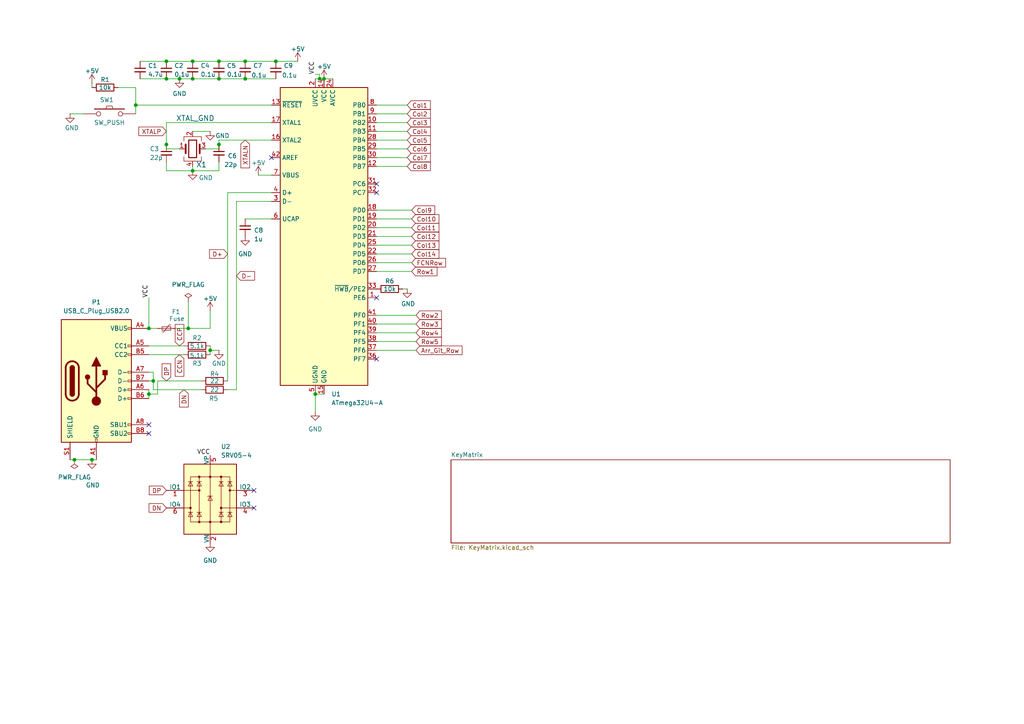
<source format=kicad_sch>
(kicad_sch
	(version 20250114)
	(generator "eeschema")
	(generator_version "9.0")
	(uuid "28432223-4d16-4d86-a5cf-f13b19257b30")
	(paper "A4")
	(lib_symbols
		(symbol "Connector:USB_C_Receptacle_USB2.0_16P"
			(pin_names
				(offset 1.016)
			)
			(exclude_from_sim no)
			(in_bom yes)
			(on_board yes)
			(property "Reference" "J"
				(at 0 22.225 0)
				(effects
					(font
						(size 1.27 1.27)
					)
				)
			)
			(property "Value" "USB_C_Receptacle_USB2.0_16P"
				(at 0 19.685 0)
				(effects
					(font
						(size 1.27 1.27)
					)
				)
			)
			(property "Footprint" ""
				(at 3.81 0 0)
				(effects
					(font
						(size 1.27 1.27)
					)
					(hide yes)
				)
			)
			(property "Datasheet" "https://www.usb.org/sites/default/files/documents/usb_type-c.zip"
				(at 3.81 0 0)
				(effects
					(font
						(size 1.27 1.27)
					)
					(hide yes)
				)
			)
			(property "Description" "USB 2.0-only 16P Type-C Receptacle connector"
				(at 0 0 0)
				(effects
					(font
						(size 1.27 1.27)
					)
					(hide yes)
				)
			)
			(property "ki_keywords" "usb universal serial bus type-C USB2.0"
				(at 0 0 0)
				(effects
					(font
						(size 1.27 1.27)
					)
					(hide yes)
				)
			)
			(property "ki_fp_filters" "USB*C*Receptacle*"
				(at 0 0 0)
				(effects
					(font
						(size 1.27 1.27)
					)
					(hide yes)
				)
			)
			(symbol "USB_C_Receptacle_USB2.0_16P_0_0"
				(rectangle
					(start -0.254 -17.78)
					(end 0.254 -16.764)
					(stroke
						(width 0)
						(type default)
					)
					(fill
						(type none)
					)
				)
				(rectangle
					(start 10.16 15.494)
					(end 9.144 14.986)
					(stroke
						(width 0)
						(type default)
					)
					(fill
						(type none)
					)
				)
				(rectangle
					(start 10.16 10.414)
					(end 9.144 9.906)
					(stroke
						(width 0)
						(type default)
					)
					(fill
						(type none)
					)
				)
				(rectangle
					(start 10.16 7.874)
					(end 9.144 7.366)
					(stroke
						(width 0)
						(type default)
					)
					(fill
						(type none)
					)
				)
				(rectangle
					(start 10.16 2.794)
					(end 9.144 2.286)
					(stroke
						(width 0)
						(type default)
					)
					(fill
						(type none)
					)
				)
				(rectangle
					(start 10.16 0.254)
					(end 9.144 -0.254)
					(stroke
						(width 0)
						(type default)
					)
					(fill
						(type none)
					)
				)
				(rectangle
					(start 10.16 -2.286)
					(end 9.144 -2.794)
					(stroke
						(width 0)
						(type default)
					)
					(fill
						(type none)
					)
				)
				(rectangle
					(start 10.16 -4.826)
					(end 9.144 -5.334)
					(stroke
						(width 0)
						(type default)
					)
					(fill
						(type none)
					)
				)
				(rectangle
					(start 10.16 -12.446)
					(end 9.144 -12.954)
					(stroke
						(width 0)
						(type default)
					)
					(fill
						(type none)
					)
				)
				(rectangle
					(start 10.16 -14.986)
					(end 9.144 -15.494)
					(stroke
						(width 0)
						(type default)
					)
					(fill
						(type none)
					)
				)
			)
			(symbol "USB_C_Receptacle_USB2.0_16P_0_1"
				(rectangle
					(start -10.16 17.78)
					(end 10.16 -17.78)
					(stroke
						(width 0.254)
						(type default)
					)
					(fill
						(type background)
					)
				)
				(polyline
					(pts
						(xy -8.89 -3.81) (xy -8.89 3.81)
					)
					(stroke
						(width 0.508)
						(type default)
					)
					(fill
						(type none)
					)
				)
				(rectangle
					(start -7.62 -3.81)
					(end -6.35 3.81)
					(stroke
						(width 0.254)
						(type default)
					)
					(fill
						(type outline)
					)
				)
				(arc
					(start -7.62 3.81)
					(mid -6.985 4.4423)
					(end -6.35 3.81)
					(stroke
						(width 0.254)
						(type default)
					)
					(fill
						(type none)
					)
				)
				(arc
					(start -7.62 3.81)
					(mid -6.985 4.4423)
					(end -6.35 3.81)
					(stroke
						(width 0.254)
						(type default)
					)
					(fill
						(type outline)
					)
				)
				(arc
					(start -8.89 3.81)
					(mid -6.985 5.7067)
					(end -5.08 3.81)
					(stroke
						(width 0.508)
						(type default)
					)
					(fill
						(type none)
					)
				)
				(arc
					(start -5.08 -3.81)
					(mid -6.985 -5.7067)
					(end -8.89 -3.81)
					(stroke
						(width 0.508)
						(type default)
					)
					(fill
						(type none)
					)
				)
				(arc
					(start -6.35 -3.81)
					(mid -6.985 -4.4423)
					(end -7.62 -3.81)
					(stroke
						(width 0.254)
						(type default)
					)
					(fill
						(type none)
					)
				)
				(arc
					(start -6.35 -3.81)
					(mid -6.985 -4.4423)
					(end -7.62 -3.81)
					(stroke
						(width 0.254)
						(type default)
					)
					(fill
						(type outline)
					)
				)
				(polyline
					(pts
						(xy -5.08 3.81) (xy -5.08 -3.81)
					)
					(stroke
						(width 0.508)
						(type default)
					)
					(fill
						(type none)
					)
				)
				(circle
					(center -2.54 1.143)
					(radius 0.635)
					(stroke
						(width 0.254)
						(type default)
					)
					(fill
						(type outline)
					)
				)
				(polyline
					(pts
						(xy -1.27 4.318) (xy 0 6.858) (xy 1.27 4.318) (xy -1.27 4.318)
					)
					(stroke
						(width 0.254)
						(type default)
					)
					(fill
						(type outline)
					)
				)
				(polyline
					(pts
						(xy 0 -2.032) (xy 2.54 0.508) (xy 2.54 1.778)
					)
					(stroke
						(width 0.508)
						(type default)
					)
					(fill
						(type none)
					)
				)
				(polyline
					(pts
						(xy 0 -3.302) (xy -2.54 -0.762) (xy -2.54 0.508)
					)
					(stroke
						(width 0.508)
						(type default)
					)
					(fill
						(type none)
					)
				)
				(polyline
					(pts
						(xy 0 -5.842) (xy 0 4.318)
					)
					(stroke
						(width 0.508)
						(type default)
					)
					(fill
						(type none)
					)
				)
				(circle
					(center 0 -5.842)
					(radius 1.27)
					(stroke
						(width 0)
						(type default)
					)
					(fill
						(type outline)
					)
				)
				(rectangle
					(start 1.905 1.778)
					(end 3.175 3.048)
					(stroke
						(width 0.254)
						(type default)
					)
					(fill
						(type outline)
					)
				)
			)
			(symbol "USB_C_Receptacle_USB2.0_16P_1_1"
				(pin passive line
					(at -7.62 -22.86 90)
					(length 5.08)
					(name "SHIELD"
						(effects
							(font
								(size 1.27 1.27)
							)
						)
					)
					(number "S1"
						(effects
							(font
								(size 1.27 1.27)
							)
						)
					)
				)
				(pin passive line
					(at 0 -22.86 90)
					(length 5.08)
					(name "GND"
						(effects
							(font
								(size 1.27 1.27)
							)
						)
					)
					(number "A1"
						(effects
							(font
								(size 1.27 1.27)
							)
						)
					)
				)
				(pin passive line
					(at 0 -22.86 90)
					(length 5.08)
					(hide yes)
					(name "GND"
						(effects
							(font
								(size 1.27 1.27)
							)
						)
					)
					(number "A12"
						(effects
							(font
								(size 1.27 1.27)
							)
						)
					)
				)
				(pin passive line
					(at 0 -22.86 90)
					(length 5.08)
					(hide yes)
					(name "GND"
						(effects
							(font
								(size 1.27 1.27)
							)
						)
					)
					(number "B1"
						(effects
							(font
								(size 1.27 1.27)
							)
						)
					)
				)
				(pin passive line
					(at 0 -22.86 90)
					(length 5.08)
					(hide yes)
					(name "GND"
						(effects
							(font
								(size 1.27 1.27)
							)
						)
					)
					(number "B12"
						(effects
							(font
								(size 1.27 1.27)
							)
						)
					)
				)
				(pin passive line
					(at 15.24 15.24 180)
					(length 5.08)
					(name "VBUS"
						(effects
							(font
								(size 1.27 1.27)
							)
						)
					)
					(number "A4"
						(effects
							(font
								(size 1.27 1.27)
							)
						)
					)
				)
				(pin passive line
					(at 15.24 15.24 180)
					(length 5.08)
					(hide yes)
					(name "VBUS"
						(effects
							(font
								(size 1.27 1.27)
							)
						)
					)
					(number "A9"
						(effects
							(font
								(size 1.27 1.27)
							)
						)
					)
				)
				(pin passive line
					(at 15.24 15.24 180)
					(length 5.08)
					(hide yes)
					(name "VBUS"
						(effects
							(font
								(size 1.27 1.27)
							)
						)
					)
					(number "B4"
						(effects
							(font
								(size 1.27 1.27)
							)
						)
					)
				)
				(pin passive line
					(at 15.24 15.24 180)
					(length 5.08)
					(hide yes)
					(name "VBUS"
						(effects
							(font
								(size 1.27 1.27)
							)
						)
					)
					(number "B9"
						(effects
							(font
								(size 1.27 1.27)
							)
						)
					)
				)
				(pin bidirectional line
					(at 15.24 10.16 180)
					(length 5.08)
					(name "CC1"
						(effects
							(font
								(size 1.27 1.27)
							)
						)
					)
					(number "A5"
						(effects
							(font
								(size 1.27 1.27)
							)
						)
					)
				)
				(pin bidirectional line
					(at 15.24 7.62 180)
					(length 5.08)
					(name "CC2"
						(effects
							(font
								(size 1.27 1.27)
							)
						)
					)
					(number "B5"
						(effects
							(font
								(size 1.27 1.27)
							)
						)
					)
				)
				(pin bidirectional line
					(at 15.24 2.54 180)
					(length 5.08)
					(name "D-"
						(effects
							(font
								(size 1.27 1.27)
							)
						)
					)
					(number "A7"
						(effects
							(font
								(size 1.27 1.27)
							)
						)
					)
				)
				(pin bidirectional line
					(at 15.24 0 180)
					(length 5.08)
					(name "D-"
						(effects
							(font
								(size 1.27 1.27)
							)
						)
					)
					(number "B7"
						(effects
							(font
								(size 1.27 1.27)
							)
						)
					)
				)
				(pin bidirectional line
					(at 15.24 -2.54 180)
					(length 5.08)
					(name "D+"
						(effects
							(font
								(size 1.27 1.27)
							)
						)
					)
					(number "A6"
						(effects
							(font
								(size 1.27 1.27)
							)
						)
					)
				)
				(pin bidirectional line
					(at 15.24 -5.08 180)
					(length 5.08)
					(name "D+"
						(effects
							(font
								(size 1.27 1.27)
							)
						)
					)
					(number "B6"
						(effects
							(font
								(size 1.27 1.27)
							)
						)
					)
				)
				(pin bidirectional line
					(at 15.24 -12.7 180)
					(length 5.08)
					(name "SBU1"
						(effects
							(font
								(size 1.27 1.27)
							)
						)
					)
					(number "A8"
						(effects
							(font
								(size 1.27 1.27)
							)
						)
					)
				)
				(pin bidirectional line
					(at 15.24 -15.24 180)
					(length 5.08)
					(name "SBU2"
						(effects
							(font
								(size 1.27 1.27)
							)
						)
					)
					(number "B8"
						(effects
							(font
								(size 1.27 1.27)
							)
						)
					)
				)
			)
			(embedded_fonts no)
		)
		(symbol "Device:C_Small"
			(pin_numbers
				(hide yes)
			)
			(pin_names
				(offset 0.254)
				(hide yes)
			)
			(exclude_from_sim no)
			(in_bom yes)
			(on_board yes)
			(property "Reference" "C"
				(at 0.254 1.778 0)
				(effects
					(font
						(size 1.27 1.27)
					)
					(justify left)
				)
			)
			(property "Value" "C_Small"
				(at 0.254 -2.032 0)
				(effects
					(font
						(size 1.27 1.27)
					)
					(justify left)
				)
			)
			(property "Footprint" ""
				(at 0 0 0)
				(effects
					(font
						(size 1.27 1.27)
					)
					(hide yes)
				)
			)
			(property "Datasheet" "~"
				(at 0 0 0)
				(effects
					(font
						(size 1.27 1.27)
					)
					(hide yes)
				)
			)
			(property "Description" "Unpolarized capacitor, small symbol"
				(at 0 0 0)
				(effects
					(font
						(size 1.27 1.27)
					)
					(hide yes)
				)
			)
			(property "ki_keywords" "capacitor cap"
				(at 0 0 0)
				(effects
					(font
						(size 1.27 1.27)
					)
					(hide yes)
				)
			)
			(property "ki_fp_filters" "C_*"
				(at 0 0 0)
				(effects
					(font
						(size 1.27 1.27)
					)
					(hide yes)
				)
			)
			(symbol "C_Small_0_1"
				(polyline
					(pts
						(xy -1.524 0.508) (xy 1.524 0.508)
					)
					(stroke
						(width 0.3048)
						(type default)
					)
					(fill
						(type none)
					)
				)
				(polyline
					(pts
						(xy -1.524 -0.508) (xy 1.524 -0.508)
					)
					(stroke
						(width 0.3302)
						(type default)
					)
					(fill
						(type none)
					)
				)
			)
			(symbol "C_Small_1_1"
				(pin passive line
					(at 0 2.54 270)
					(length 2.032)
					(name "~"
						(effects
							(font
								(size 1.27 1.27)
							)
						)
					)
					(number "1"
						(effects
							(font
								(size 1.27 1.27)
							)
						)
					)
				)
				(pin passive line
					(at 0 -2.54 90)
					(length 2.032)
					(name "~"
						(effects
							(font
								(size 1.27 1.27)
							)
						)
					)
					(number "2"
						(effects
							(font
								(size 1.27 1.27)
							)
						)
					)
				)
			)
			(embedded_fonts no)
		)
		(symbol "Device:Crystal_GND24"
			(pin_names
				(offset 1.016)
				(hide yes)
			)
			(exclude_from_sim no)
			(in_bom yes)
			(on_board yes)
			(property "Reference" "Y"
				(at 3.175 5.08 0)
				(effects
					(font
						(size 1.27 1.27)
					)
					(justify left)
				)
			)
			(property "Value" "Crystal_GND24"
				(at 3.175 3.175 0)
				(effects
					(font
						(size 1.27 1.27)
					)
					(justify left)
				)
			)
			(property "Footprint" ""
				(at 0 0 0)
				(effects
					(font
						(size 1.27 1.27)
					)
					(hide yes)
				)
			)
			(property "Datasheet" "~"
				(at 0 0 0)
				(effects
					(font
						(size 1.27 1.27)
					)
					(hide yes)
				)
			)
			(property "Description" "Four pin crystal, GND on pins 2 and 4"
				(at 0 0 0)
				(effects
					(font
						(size 1.27 1.27)
					)
					(hide yes)
				)
			)
			(property "ki_keywords" "quartz ceramic resonator oscillator"
				(at 0 0 0)
				(effects
					(font
						(size 1.27 1.27)
					)
					(hide yes)
				)
			)
			(property "ki_fp_filters" "Crystal*"
				(at 0 0 0)
				(effects
					(font
						(size 1.27 1.27)
					)
					(hide yes)
				)
			)
			(symbol "Crystal_GND24_0_1"
				(polyline
					(pts
						(xy -2.54 2.286) (xy -2.54 3.556) (xy 2.54 3.556) (xy 2.54 2.286)
					)
					(stroke
						(width 0)
						(type default)
					)
					(fill
						(type none)
					)
				)
				(polyline
					(pts
						(xy -2.54 0) (xy -2.032 0)
					)
					(stroke
						(width 0)
						(type default)
					)
					(fill
						(type none)
					)
				)
				(polyline
					(pts
						(xy -2.54 -2.286) (xy -2.54 -3.556) (xy 2.54 -3.556) (xy 2.54 -2.286)
					)
					(stroke
						(width 0)
						(type default)
					)
					(fill
						(type none)
					)
				)
				(polyline
					(pts
						(xy -2.032 -1.27) (xy -2.032 1.27)
					)
					(stroke
						(width 0.508)
						(type default)
					)
					(fill
						(type none)
					)
				)
				(rectangle
					(start -1.143 2.54)
					(end 1.143 -2.54)
					(stroke
						(width 0.3048)
						(type default)
					)
					(fill
						(type none)
					)
				)
				(polyline
					(pts
						(xy 0 3.556) (xy 0 3.81)
					)
					(stroke
						(width 0)
						(type default)
					)
					(fill
						(type none)
					)
				)
				(polyline
					(pts
						(xy 0 -3.81) (xy 0 -3.556)
					)
					(stroke
						(width 0)
						(type default)
					)
					(fill
						(type none)
					)
				)
				(polyline
					(pts
						(xy 2.032 0) (xy 2.54 0)
					)
					(stroke
						(width 0)
						(type default)
					)
					(fill
						(type none)
					)
				)
				(polyline
					(pts
						(xy 2.032 -1.27) (xy 2.032 1.27)
					)
					(stroke
						(width 0.508)
						(type default)
					)
					(fill
						(type none)
					)
				)
			)
			(symbol "Crystal_GND24_1_1"
				(pin passive line
					(at -3.81 0 0)
					(length 1.27)
					(name "1"
						(effects
							(font
								(size 1.27 1.27)
							)
						)
					)
					(number "1"
						(effects
							(font
								(size 1.27 1.27)
							)
						)
					)
				)
				(pin passive line
					(at 0 5.08 270)
					(length 1.27)
					(name "2"
						(effects
							(font
								(size 1.27 1.27)
							)
						)
					)
					(number "2"
						(effects
							(font
								(size 1.27 1.27)
							)
						)
					)
				)
				(pin passive line
					(at 0 -5.08 90)
					(length 1.27)
					(name "4"
						(effects
							(font
								(size 1.27 1.27)
							)
						)
					)
					(number "4"
						(effects
							(font
								(size 1.27 1.27)
							)
						)
					)
				)
				(pin passive line
					(at 3.81 0 180)
					(length 1.27)
					(name "3"
						(effects
							(font
								(size 1.27 1.27)
							)
						)
					)
					(number "3"
						(effects
							(font
								(size 1.27 1.27)
							)
						)
					)
				)
			)
			(embedded_fonts no)
		)
		(symbol "Device:Polyfuse_Small"
			(pin_numbers
				(hide yes)
			)
			(pin_names
				(offset 0)
			)
			(exclude_from_sim no)
			(in_bom yes)
			(on_board yes)
			(property "Reference" "F"
				(at -1.905 0 90)
				(effects
					(font
						(size 1.27 1.27)
					)
				)
			)
			(property "Value" "Polyfuse_Small"
				(at 1.905 0 90)
				(effects
					(font
						(size 1.27 1.27)
					)
				)
			)
			(property "Footprint" ""
				(at 1.27 -5.08 0)
				(effects
					(font
						(size 1.27 1.27)
					)
					(justify left)
					(hide yes)
				)
			)
			(property "Datasheet" "~"
				(at 0 0 0)
				(effects
					(font
						(size 1.27 1.27)
					)
					(hide yes)
				)
			)
			(property "Description" "Resettable fuse, polymeric positive temperature coefficient, small symbol"
				(at 0 0 0)
				(effects
					(font
						(size 1.27 1.27)
					)
					(hide yes)
				)
			)
			(property "ki_keywords" "resettable fuse PTC PPTC polyfuse polyswitch"
				(at 0 0 0)
				(effects
					(font
						(size 1.27 1.27)
					)
					(hide yes)
				)
			)
			(property "ki_fp_filters" "*polyfuse* *PTC*"
				(at 0 0 0)
				(effects
					(font
						(size 1.27 1.27)
					)
					(hide yes)
				)
			)
			(symbol "Polyfuse_Small_0_1"
				(polyline
					(pts
						(xy -1.016 1.27) (xy -1.016 0.762) (xy 1.016 -0.762) (xy 1.016 -1.27)
					)
					(stroke
						(width 0)
						(type default)
					)
					(fill
						(type none)
					)
				)
				(rectangle
					(start -0.508 1.27)
					(end 0.508 -1.27)
					(stroke
						(width 0)
						(type default)
					)
					(fill
						(type none)
					)
				)
				(polyline
					(pts
						(xy 0 2.54) (xy 0 -2.54)
					)
					(stroke
						(width 0)
						(type default)
					)
					(fill
						(type none)
					)
				)
			)
			(symbol "Polyfuse_Small_1_1"
				(pin passive line
					(at 0 2.54 270)
					(length 0.635)
					(name "~"
						(effects
							(font
								(size 1.27 1.27)
							)
						)
					)
					(number "1"
						(effects
							(font
								(size 1.27 1.27)
							)
						)
					)
				)
				(pin passive line
					(at 0 -2.54 90)
					(length 0.635)
					(name "~"
						(effects
							(font
								(size 1.27 1.27)
							)
						)
					)
					(number "2"
						(effects
							(font
								(size 1.27 1.27)
							)
						)
					)
				)
			)
			(embedded_fonts no)
		)
		(symbol "Device:R"
			(pin_numbers
				(hide yes)
			)
			(pin_names
				(offset 0)
			)
			(exclude_from_sim no)
			(in_bom yes)
			(on_board yes)
			(property "Reference" "R"
				(at 2.032 0 90)
				(effects
					(font
						(size 1.27 1.27)
					)
				)
			)
			(property "Value" "R"
				(at 0 0 90)
				(effects
					(font
						(size 1.27 1.27)
					)
				)
			)
			(property "Footprint" ""
				(at -1.778 0 90)
				(effects
					(font
						(size 1.27 1.27)
					)
					(hide yes)
				)
			)
			(property "Datasheet" "~"
				(at 0 0 0)
				(effects
					(font
						(size 1.27 1.27)
					)
					(hide yes)
				)
			)
			(property "Description" "Resistor"
				(at 0 0 0)
				(effects
					(font
						(size 1.27 1.27)
					)
					(hide yes)
				)
			)
			(property "ki_keywords" "R res resistor"
				(at 0 0 0)
				(effects
					(font
						(size 1.27 1.27)
					)
					(hide yes)
				)
			)
			(property "ki_fp_filters" "R_*"
				(at 0 0 0)
				(effects
					(font
						(size 1.27 1.27)
					)
					(hide yes)
				)
			)
			(symbol "R_0_1"
				(rectangle
					(start -1.016 -2.54)
					(end 1.016 2.54)
					(stroke
						(width 0.254)
						(type default)
					)
					(fill
						(type none)
					)
				)
			)
			(symbol "R_1_1"
				(pin passive line
					(at 0 3.81 270)
					(length 1.27)
					(name "~"
						(effects
							(font
								(size 1.27 1.27)
							)
						)
					)
					(number "1"
						(effects
							(font
								(size 1.27 1.27)
							)
						)
					)
				)
				(pin passive line
					(at 0 -3.81 90)
					(length 1.27)
					(name "~"
						(effects
							(font
								(size 1.27 1.27)
							)
						)
					)
					(number "2"
						(effects
							(font
								(size 1.27 1.27)
							)
						)
					)
				)
			)
			(embedded_fonts no)
		)
		(symbol "MCU_Microchip_ATmega:ATmega32U4-A"
			(exclude_from_sim no)
			(in_bom yes)
			(on_board yes)
			(property "Reference" "U"
				(at -12.7 44.45 0)
				(effects
					(font
						(size 1.27 1.27)
					)
					(justify left bottom)
				)
			)
			(property "Value" "ATmega32U4-A"
				(at 2.54 -44.45 0)
				(effects
					(font
						(size 1.27 1.27)
					)
					(justify left top)
				)
			)
			(property "Footprint" "Package_QFP:TQFP-44_10x10mm_P0.8mm"
				(at 0 0 0)
				(effects
					(font
						(size 1.27 1.27)
						(italic yes)
					)
					(hide yes)
				)
			)
			(property "Datasheet" "http://ww1.microchip.com/downloads/en/DeviceDoc/Atmel-7766-8-bit-AVR-ATmega16U4-32U4_Datasheet.pdf"
				(at 0 0 0)
				(effects
					(font
						(size 1.27 1.27)
					)
					(hide yes)
				)
			)
			(property "Description" "16MHz, 32kB Flash, 2.5kB SRAM, 1kB EEPROM, USB 2.0, TQFP-44"
				(at 0 0 0)
				(effects
					(font
						(size 1.27 1.27)
					)
					(hide yes)
				)
			)
			(property "ki_keywords" "AVR 8bit Microcontroller MegaAVR USB"
				(at 0 0 0)
				(effects
					(font
						(size 1.27 1.27)
					)
					(hide yes)
				)
			)
			(property "ki_fp_filters" "TQFP*10x10mm*P0.8mm*"
				(at 0 0 0)
				(effects
					(font
						(size 1.27 1.27)
					)
					(hide yes)
				)
			)
			(symbol "ATmega32U4-A_0_1"
				(rectangle
					(start -12.7 -43.18)
					(end 12.7 43.18)
					(stroke
						(width 0.254)
						(type default)
					)
					(fill
						(type background)
					)
				)
			)
			(symbol "ATmega32U4-A_1_1"
				(pin input line
					(at -15.24 38.1 0)
					(length 2.54)
					(name "~{RESET}"
						(effects
							(font
								(size 1.27 1.27)
							)
						)
					)
					(number "13"
						(effects
							(font
								(size 1.27 1.27)
							)
						)
					)
				)
				(pin input line
					(at -15.24 33.02 0)
					(length 2.54)
					(name "XTAL1"
						(effects
							(font
								(size 1.27 1.27)
							)
						)
					)
					(number "17"
						(effects
							(font
								(size 1.27 1.27)
							)
						)
					)
				)
				(pin output line
					(at -15.24 27.94 0)
					(length 2.54)
					(name "XTAL2"
						(effects
							(font
								(size 1.27 1.27)
							)
						)
					)
					(number "16"
						(effects
							(font
								(size 1.27 1.27)
							)
						)
					)
				)
				(pin passive line
					(at -15.24 22.86 0)
					(length 2.54)
					(name "AREF"
						(effects
							(font
								(size 1.27 1.27)
							)
						)
					)
					(number "42"
						(effects
							(font
								(size 1.27 1.27)
							)
						)
					)
				)
				(pin input line
					(at -15.24 17.78 0)
					(length 2.54)
					(name "VBUS"
						(effects
							(font
								(size 1.27 1.27)
							)
						)
					)
					(number "7"
						(effects
							(font
								(size 1.27 1.27)
							)
						)
					)
				)
				(pin bidirectional line
					(at -15.24 12.7 0)
					(length 2.54)
					(name "D+"
						(effects
							(font
								(size 1.27 1.27)
							)
						)
					)
					(number "4"
						(effects
							(font
								(size 1.27 1.27)
							)
						)
					)
				)
				(pin bidirectional line
					(at -15.24 10.16 0)
					(length 2.54)
					(name "D-"
						(effects
							(font
								(size 1.27 1.27)
							)
						)
					)
					(number "3"
						(effects
							(font
								(size 1.27 1.27)
							)
						)
					)
				)
				(pin passive line
					(at -15.24 5.08 0)
					(length 2.54)
					(name "UCAP"
						(effects
							(font
								(size 1.27 1.27)
							)
						)
					)
					(number "6"
						(effects
							(font
								(size 1.27 1.27)
							)
						)
					)
				)
				(pin power_in line
					(at -2.54 45.72 270)
					(length 2.54)
					(name "UVCC"
						(effects
							(font
								(size 1.27 1.27)
							)
						)
					)
					(number "2"
						(effects
							(font
								(size 1.27 1.27)
							)
						)
					)
				)
				(pin passive line
					(at -2.54 -45.72 90)
					(length 2.54)
					(name "UGND"
						(effects
							(font
								(size 1.27 1.27)
							)
						)
					)
					(number "5"
						(effects
							(font
								(size 1.27 1.27)
							)
						)
					)
				)
				(pin power_in line
					(at 0 45.72 270)
					(length 2.54)
					(name "VCC"
						(effects
							(font
								(size 1.27 1.27)
							)
						)
					)
					(number "14"
						(effects
							(font
								(size 1.27 1.27)
							)
						)
					)
				)
				(pin passive line
					(at 0 45.72 270)
					(length 2.54)
					(hide yes)
					(name "VCC"
						(effects
							(font
								(size 1.27 1.27)
							)
						)
					)
					(number "34"
						(effects
							(font
								(size 1.27 1.27)
							)
						)
					)
				)
				(pin power_in line
					(at 0 -45.72 90)
					(length 2.54)
					(name "GND"
						(effects
							(font
								(size 1.27 1.27)
							)
						)
					)
					(number "15"
						(effects
							(font
								(size 1.27 1.27)
							)
						)
					)
				)
				(pin passive line
					(at 0 -45.72 90)
					(length 2.54)
					(hide yes)
					(name "GND"
						(effects
							(font
								(size 1.27 1.27)
							)
						)
					)
					(number "23"
						(effects
							(font
								(size 1.27 1.27)
							)
						)
					)
				)
				(pin passive line
					(at 0 -45.72 90)
					(length 2.54)
					(hide yes)
					(name "GND"
						(effects
							(font
								(size 1.27 1.27)
							)
						)
					)
					(number "35"
						(effects
							(font
								(size 1.27 1.27)
							)
						)
					)
				)
				(pin passive line
					(at 0 -45.72 90)
					(length 2.54)
					(hide yes)
					(name "GND"
						(effects
							(font
								(size 1.27 1.27)
							)
						)
					)
					(number "43"
						(effects
							(font
								(size 1.27 1.27)
							)
						)
					)
				)
				(pin power_in line
					(at 2.54 45.72 270)
					(length 2.54)
					(name "AVCC"
						(effects
							(font
								(size 1.27 1.27)
							)
						)
					)
					(number "24"
						(effects
							(font
								(size 1.27 1.27)
							)
						)
					)
				)
				(pin passive line
					(at 2.54 45.72 270)
					(length 2.54)
					(hide yes)
					(name "AVCC"
						(effects
							(font
								(size 1.27 1.27)
							)
						)
					)
					(number "44"
						(effects
							(font
								(size 1.27 1.27)
							)
						)
					)
				)
				(pin bidirectional line
					(at 15.24 38.1 180)
					(length 2.54)
					(name "PB0"
						(effects
							(font
								(size 1.27 1.27)
							)
						)
					)
					(number "8"
						(effects
							(font
								(size 1.27 1.27)
							)
						)
					)
				)
				(pin bidirectional line
					(at 15.24 35.56 180)
					(length 2.54)
					(name "PB1"
						(effects
							(font
								(size 1.27 1.27)
							)
						)
					)
					(number "9"
						(effects
							(font
								(size 1.27 1.27)
							)
						)
					)
				)
				(pin bidirectional line
					(at 15.24 33.02 180)
					(length 2.54)
					(name "PB2"
						(effects
							(font
								(size 1.27 1.27)
							)
						)
					)
					(number "10"
						(effects
							(font
								(size 1.27 1.27)
							)
						)
					)
				)
				(pin bidirectional line
					(at 15.24 30.48 180)
					(length 2.54)
					(name "PB3"
						(effects
							(font
								(size 1.27 1.27)
							)
						)
					)
					(number "11"
						(effects
							(font
								(size 1.27 1.27)
							)
						)
					)
				)
				(pin bidirectional line
					(at 15.24 27.94 180)
					(length 2.54)
					(name "PB4"
						(effects
							(font
								(size 1.27 1.27)
							)
						)
					)
					(number "28"
						(effects
							(font
								(size 1.27 1.27)
							)
						)
					)
				)
				(pin bidirectional line
					(at 15.24 25.4 180)
					(length 2.54)
					(name "PB5"
						(effects
							(font
								(size 1.27 1.27)
							)
						)
					)
					(number "29"
						(effects
							(font
								(size 1.27 1.27)
							)
						)
					)
				)
				(pin bidirectional line
					(at 15.24 22.86 180)
					(length 2.54)
					(name "PB6"
						(effects
							(font
								(size 1.27 1.27)
							)
						)
					)
					(number "30"
						(effects
							(font
								(size 1.27 1.27)
							)
						)
					)
				)
				(pin bidirectional line
					(at 15.24 20.32 180)
					(length 2.54)
					(name "PB7"
						(effects
							(font
								(size 1.27 1.27)
							)
						)
					)
					(number "12"
						(effects
							(font
								(size 1.27 1.27)
							)
						)
					)
				)
				(pin bidirectional line
					(at 15.24 15.24 180)
					(length 2.54)
					(name "PC6"
						(effects
							(font
								(size 1.27 1.27)
							)
						)
					)
					(number "31"
						(effects
							(font
								(size 1.27 1.27)
							)
						)
					)
				)
				(pin bidirectional line
					(at 15.24 12.7 180)
					(length 2.54)
					(name "PC7"
						(effects
							(font
								(size 1.27 1.27)
							)
						)
					)
					(number "32"
						(effects
							(font
								(size 1.27 1.27)
							)
						)
					)
				)
				(pin bidirectional line
					(at 15.24 7.62 180)
					(length 2.54)
					(name "PD0"
						(effects
							(font
								(size 1.27 1.27)
							)
						)
					)
					(number "18"
						(effects
							(font
								(size 1.27 1.27)
							)
						)
					)
				)
				(pin bidirectional line
					(at 15.24 5.08 180)
					(length 2.54)
					(name "PD1"
						(effects
							(font
								(size 1.27 1.27)
							)
						)
					)
					(number "19"
						(effects
							(font
								(size 1.27 1.27)
							)
						)
					)
				)
				(pin bidirectional line
					(at 15.24 2.54 180)
					(length 2.54)
					(name "PD2"
						(effects
							(font
								(size 1.27 1.27)
							)
						)
					)
					(number "20"
						(effects
							(font
								(size 1.27 1.27)
							)
						)
					)
				)
				(pin bidirectional line
					(at 15.24 0 180)
					(length 2.54)
					(name "PD3"
						(effects
							(font
								(size 1.27 1.27)
							)
						)
					)
					(number "21"
						(effects
							(font
								(size 1.27 1.27)
							)
						)
					)
				)
				(pin bidirectional line
					(at 15.24 -2.54 180)
					(length 2.54)
					(name "PD4"
						(effects
							(font
								(size 1.27 1.27)
							)
						)
					)
					(number "25"
						(effects
							(font
								(size 1.27 1.27)
							)
						)
					)
				)
				(pin bidirectional line
					(at 15.24 -5.08 180)
					(length 2.54)
					(name "PD5"
						(effects
							(font
								(size 1.27 1.27)
							)
						)
					)
					(number "22"
						(effects
							(font
								(size 1.27 1.27)
							)
						)
					)
				)
				(pin bidirectional line
					(at 15.24 -7.62 180)
					(length 2.54)
					(name "PD6"
						(effects
							(font
								(size 1.27 1.27)
							)
						)
					)
					(number "26"
						(effects
							(font
								(size 1.27 1.27)
							)
						)
					)
				)
				(pin bidirectional line
					(at 15.24 -10.16 180)
					(length 2.54)
					(name "PD7"
						(effects
							(font
								(size 1.27 1.27)
							)
						)
					)
					(number "27"
						(effects
							(font
								(size 1.27 1.27)
							)
						)
					)
				)
				(pin bidirectional line
					(at 15.24 -15.24 180)
					(length 2.54)
					(name "~{HWB}/PE2"
						(effects
							(font
								(size 1.27 1.27)
							)
						)
					)
					(number "33"
						(effects
							(font
								(size 1.27 1.27)
							)
						)
					)
				)
				(pin bidirectional line
					(at 15.24 -17.78 180)
					(length 2.54)
					(name "PE6"
						(effects
							(font
								(size 1.27 1.27)
							)
						)
					)
					(number "1"
						(effects
							(font
								(size 1.27 1.27)
							)
						)
					)
				)
				(pin bidirectional line
					(at 15.24 -22.86 180)
					(length 2.54)
					(name "PF0"
						(effects
							(font
								(size 1.27 1.27)
							)
						)
					)
					(number "41"
						(effects
							(font
								(size 1.27 1.27)
							)
						)
					)
				)
				(pin bidirectional line
					(at 15.24 -25.4 180)
					(length 2.54)
					(name "PF1"
						(effects
							(font
								(size 1.27 1.27)
							)
						)
					)
					(number "40"
						(effects
							(font
								(size 1.27 1.27)
							)
						)
					)
				)
				(pin bidirectional line
					(at 15.24 -27.94 180)
					(length 2.54)
					(name "PF4"
						(effects
							(font
								(size 1.27 1.27)
							)
						)
					)
					(number "39"
						(effects
							(font
								(size 1.27 1.27)
							)
						)
					)
				)
				(pin bidirectional line
					(at 15.24 -30.48 180)
					(length 2.54)
					(name "PF5"
						(effects
							(font
								(size 1.27 1.27)
							)
						)
					)
					(number "38"
						(effects
							(font
								(size 1.27 1.27)
							)
						)
					)
				)
				(pin bidirectional line
					(at 15.24 -33.02 180)
					(length 2.54)
					(name "PF6"
						(effects
							(font
								(size 1.27 1.27)
							)
						)
					)
					(number "37"
						(effects
							(font
								(size 1.27 1.27)
							)
						)
					)
				)
				(pin bidirectional line
					(at 15.24 -35.56 180)
					(length 2.54)
					(name "PF7"
						(effects
							(font
								(size 1.27 1.27)
							)
						)
					)
					(number "36"
						(effects
							(font
								(size 1.27 1.27)
							)
						)
					)
				)
			)
			(embedded_fonts no)
		)
		(symbol "PCM_marbastlib-various:SRV05-4"
			(pin_names
				(offset 0)
			)
			(exclude_from_sim no)
			(in_bom yes)
			(on_board yes)
			(property "Reference" "U"
				(at -5.08 11.43 0)
				(effects
					(font
						(size 1.27 1.27)
					)
					(justify right)
				)
			)
			(property "Value" "SRV05-4"
				(at 2.54 11.43 0)
				(effects
					(font
						(size 1.27 1.27)
					)
					(justify left)
				)
			)
			(property "Footprint" "PCM_marbastlib-various:SOT-23-6-routable"
				(at 17.78 -11.43 0)
				(effects
					(font
						(size 1.27 1.27)
					)
					(hide yes)
				)
			)
			(property "Datasheet" "http://www.onsemi.com/pub/Collateral/SRV05-4-D.PDF"
				(at 0 0 0)
				(effects
					(font
						(size 1.27 1.27)
					)
					(hide yes)
				)
			)
			(property "Description" "ESD Protection Diodes with Low Clamping Voltage, SOT-23-6"
				(at 0 0 0)
				(effects
					(font
						(size 1.27 1.27)
					)
					(hide yes)
				)
			)
			(property "ki_keywords" "ESD protection diodes"
				(at 0 0 0)
				(effects
					(font
						(size 1.27 1.27)
					)
					(hide yes)
				)
			)
			(property "ki_fp_filters" "SOT?23*"
				(at 0 0 0)
				(effects
					(font
						(size 1.27 1.27)
					)
					(hide yes)
				)
			)
			(symbol "SRV05-4_0_0"
				(rectangle
					(start -5.715 6.477)
					(end 5.715 -6.604)
					(stroke
						(width 0)
						(type default)
					)
					(fill
						(type none)
					)
				)
				(polyline
					(pts
						(xy -3.175 -6.604) (xy -3.175 6.477)
					)
					(stroke
						(width 0)
						(type default)
					)
					(fill
						(type none)
					)
				)
				(polyline
					(pts
						(xy 3.175 6.477) (xy 3.175 -6.604)
					)
					(stroke
						(width 0)
						(type default)
					)
					(fill
						(type none)
					)
				)
			)
			(symbol "SRV05-4_0_1"
				(polyline
					(pts
						(xy -7.747 2.54) (xy -3.175 2.54)
					)
					(stroke
						(width 0)
						(type default)
					)
					(fill
						(type none)
					)
				)
				(rectangle
					(start -7.62 10.16)
					(end 7.62 -10.16)
					(stroke
						(width 0.254)
						(type default)
					)
					(fill
						(type background)
					)
				)
				(polyline
					(pts
						(xy -7.62 -2.54) (xy -5.715 -2.54)
					)
					(stroke
						(width 0)
						(type default)
					)
					(fill
						(type none)
					)
				)
				(circle
					(center -5.715 -2.54)
					(radius 0.2794)
					(stroke
						(width 0)
						(type default)
					)
					(fill
						(type outline)
					)
				)
				(polyline
					(pts
						(xy -5.08 5.08) (xy -6.35 5.08)
					)
					(stroke
						(width 0)
						(type default)
					)
					(fill
						(type none)
					)
				)
				(polyline
					(pts
						(xy -5.08 3.81) (xy -6.35 3.81) (xy -5.715 5.08) (xy -5.08 3.81)
					)
					(stroke
						(width 0)
						(type default)
					)
					(fill
						(type none)
					)
				)
				(polyline
					(pts
						(xy -5.08 -3.81) (xy -6.35 -3.81)
					)
					(stroke
						(width 0)
						(type default)
					)
					(fill
						(type none)
					)
				)
				(polyline
					(pts
						(xy -5.08 -5.08) (xy -6.35 -5.08) (xy -5.715 -3.81) (xy -5.08 -5.08)
					)
					(stroke
						(width 0)
						(type default)
					)
					(fill
						(type none)
					)
				)
				(circle
					(center -3.175 6.477)
					(radius 0.2794)
					(stroke
						(width 0)
						(type default)
					)
					(fill
						(type outline)
					)
				)
				(circle
					(center -3.175 2.54)
					(radius 0.2794)
					(stroke
						(width 0)
						(type default)
					)
					(fill
						(type outline)
					)
				)
				(circle
					(center -3.175 -6.604)
					(radius 0.2794)
					(stroke
						(width 0)
						(type default)
					)
					(fill
						(type outline)
					)
				)
				(polyline
					(pts
						(xy -2.54 5.08) (xy -3.81 5.08)
					)
					(stroke
						(width 0)
						(type default)
					)
					(fill
						(type none)
					)
				)
				(polyline
					(pts
						(xy -2.54 3.81) (xy -3.81 3.81) (xy -3.175 5.08) (xy -2.54 3.81)
					)
					(stroke
						(width 0)
						(type default)
					)
					(fill
						(type none)
					)
				)
				(polyline
					(pts
						(xy -2.54 -3.81) (xy -3.81 -3.81)
					)
					(stroke
						(width 0)
						(type default)
					)
					(fill
						(type none)
					)
				)
				(polyline
					(pts
						(xy -2.54 -5.08) (xy -3.81 -5.08) (xy -3.175 -3.81) (xy -2.54 -5.08)
					)
					(stroke
						(width 0)
						(type default)
					)
					(fill
						(type none)
					)
				)
				(polyline
					(pts
						(xy 0 10.16) (xy 0 -10.16)
					)
					(stroke
						(width 0)
						(type default)
					)
					(fill
						(type none)
					)
				)
				(circle
					(center 0 6.477)
					(radius 0.2794)
					(stroke
						(width 0)
						(type default)
					)
					(fill
						(type outline)
					)
				)
				(circle
					(center 0 -6.604)
					(radius 0.2794)
					(stroke
						(width 0)
						(type default)
					)
					(fill
						(type outline)
					)
				)
				(polyline
					(pts
						(xy 0.635 0.889) (xy -0.635 0.889) (xy -0.635 0.635)
					)
					(stroke
						(width 0)
						(type default)
					)
					(fill
						(type none)
					)
				)
				(polyline
					(pts
						(xy 0.635 -0.381) (xy -0.635 -0.381) (xy 0 0.889) (xy 0.635 -0.381)
					)
					(stroke
						(width 0)
						(type default)
					)
					(fill
						(type none)
					)
				)
				(circle
					(center 3.175 6.477)
					(radius 0.2794)
					(stroke
						(width 0)
						(type default)
					)
					(fill
						(type outline)
					)
				)
				(circle
					(center 3.175 -2.54)
					(radius 0.2794)
					(stroke
						(width 0)
						(type default)
					)
					(fill
						(type outline)
					)
				)
				(circle
					(center 3.175 -6.604)
					(radius 0.2794)
					(stroke
						(width 0)
						(type default)
					)
					(fill
						(type outline)
					)
				)
				(polyline
					(pts
						(xy 3.81 5.08) (xy 2.54 5.08)
					)
					(stroke
						(width 0)
						(type default)
					)
					(fill
						(type none)
					)
				)
				(polyline
					(pts
						(xy 3.81 3.81) (xy 2.54 3.81) (xy 3.175 5.08) (xy 3.81 3.81)
					)
					(stroke
						(width 0)
						(type default)
					)
					(fill
						(type none)
					)
				)
				(polyline
					(pts
						(xy 3.81 -3.81) (xy 2.54 -3.81)
					)
					(stroke
						(width 0)
						(type default)
					)
					(fill
						(type none)
					)
				)
				(polyline
					(pts
						(xy 3.81 -5.08) (xy 2.54 -5.08) (xy 3.175 -3.81) (xy 3.81 -5.08)
					)
					(stroke
						(width 0)
						(type default)
					)
					(fill
						(type none)
					)
				)
				(circle
					(center 5.715 2.54)
					(radius 0.2794)
					(stroke
						(width 0)
						(type default)
					)
					(fill
						(type outline)
					)
				)
				(polyline
					(pts
						(xy 6.35 5.08) (xy 5.08 5.08)
					)
					(stroke
						(width 0)
						(type default)
					)
					(fill
						(type none)
					)
				)
				(polyline
					(pts
						(xy 6.35 3.81) (xy 5.08 3.81) (xy 5.715 5.08) (xy 6.35 3.81)
					)
					(stroke
						(width 0)
						(type default)
					)
					(fill
						(type none)
					)
				)
				(polyline
					(pts
						(xy 6.35 -3.81) (xy 5.08 -3.81)
					)
					(stroke
						(width 0)
						(type default)
					)
					(fill
						(type none)
					)
				)
				(polyline
					(pts
						(xy 6.35 -5.08) (xy 5.08 -5.08) (xy 5.715 -3.81) (xy 6.35 -5.08)
					)
					(stroke
						(width 0)
						(type default)
					)
					(fill
						(type none)
					)
				)
				(polyline
					(pts
						(xy 7.62 2.54) (xy 5.715 2.54)
					)
					(stroke
						(width 0)
						(type default)
					)
					(fill
						(type none)
					)
				)
				(polyline
					(pts
						(xy 7.62 -2.54) (xy 3.175 -2.54)
					)
					(stroke
						(width 0)
						(type default)
					)
					(fill
						(type none)
					)
				)
			)
			(symbol "SRV05-4_1_1"
				(pin passive line
					(at -12.7 2.54 0)
					(length 5.08)
					(name "IO1"
						(effects
							(font
								(size 1.27 1.27)
							)
						)
					)
					(number "1"
						(effects
							(font
								(size 1.27 1.27)
							)
						)
					)
				)
				(pin passive line
					(at -12.7 -2.54 0)
					(length 5.08)
					(name "IO4"
						(effects
							(font
								(size 1.27 1.27)
							)
						)
					)
					(number "6"
						(effects
							(font
								(size 1.27 1.27)
							)
						)
					)
				)
				(pin passive line
					(at 0 12.7 270)
					(length 2.54)
					(name "VP"
						(effects
							(font
								(size 1.27 1.27)
							)
						)
					)
					(number "5"
						(effects
							(font
								(size 1.27 1.27)
							)
						)
					)
				)
				(pin passive line
					(at 0 -12.7 90)
					(length 2.54)
					(name "VN"
						(effects
							(font
								(size 1.27 1.27)
							)
						)
					)
					(number "2"
						(effects
							(font
								(size 1.27 1.27)
							)
						)
					)
				)
				(pin passive line
					(at 12.7 2.54 180)
					(length 5.08)
					(name "IO2"
						(effects
							(font
								(size 1.27 1.27)
							)
						)
					)
					(number "3"
						(effects
							(font
								(size 1.27 1.27)
							)
						)
					)
				)
				(pin passive line
					(at 12.7 -2.54 180)
					(length 5.08)
					(name "IO3"
						(effects
							(font
								(size 1.27 1.27)
							)
						)
					)
					(number "4"
						(effects
							(font
								(size 1.27 1.27)
							)
						)
					)
				)
			)
			(embedded_fonts no)
		)
		(symbol "keyboard_parts:SW_PUSH"
			(pin_numbers
				(hide yes)
			)
			(pin_names
				(offset 1.016)
				(hide yes)
			)
			(exclude_from_sim no)
			(in_bom yes)
			(on_board yes)
			(property "Reference" "SW"
				(at 3.81 2.794 0)
				(effects
					(font
						(size 1.27 1.27)
					)
				)
			)
			(property "Value" "SW_PUSH"
				(at 0 -2.032 0)
				(effects
					(font
						(size 1.27 1.27)
					)
				)
			)
			(property "Footprint" ""
				(at 0 0 0)
				(effects
					(font
						(size 1.524 1.524)
					)
				)
			)
			(property "Datasheet" ""
				(at 0 0 0)
				(effects
					(font
						(size 1.524 1.524)
					)
				)
			)
			(property "Description" ""
				(at 0 0 0)
				(effects
					(font
						(size 1.27 1.27)
					)
					(hide yes)
				)
			)
			(symbol "SW_PUSH_0_1"
				(rectangle
					(start -4.318 1.27)
					(end 4.318 1.524)
					(stroke
						(width 0)
						(type solid)
					)
					(fill
						(type none)
					)
				)
				(polyline
					(pts
						(xy -1.016 1.524) (xy -0.762 2.286) (xy 0.762 2.286) (xy 1.016 1.524)
					)
					(stroke
						(width 0)
						(type solid)
					)
					(fill
						(type none)
					)
				)
				(pin passive inverted
					(at -7.62 0 0)
					(length 5.08)
					(name "1"
						(effects
							(font
								(size 1.524 1.524)
							)
						)
					)
					(number "1"
						(effects
							(font
								(size 1.524 1.524)
							)
						)
					)
				)
				(pin passive inverted
					(at 7.62 0 180)
					(length 5.08)
					(name "2"
						(effects
							(font
								(size 1.524 1.524)
							)
						)
					)
					(number "2"
						(effects
							(font
								(size 1.524 1.524)
							)
						)
					)
				)
			)
			(embedded_fonts no)
		)
		(symbol "power:+5V"
			(power)
			(pin_numbers
				(hide yes)
			)
			(pin_names
				(offset 0)
				(hide yes)
			)
			(exclude_from_sim no)
			(in_bom yes)
			(on_board yes)
			(property "Reference" "#PWR"
				(at 0 -3.81 0)
				(effects
					(font
						(size 1.27 1.27)
					)
					(hide yes)
				)
			)
			(property "Value" "+5V"
				(at 0 3.556 0)
				(effects
					(font
						(size 1.27 1.27)
					)
				)
			)
			(property "Footprint" ""
				(at 0 0 0)
				(effects
					(font
						(size 1.27 1.27)
					)
					(hide yes)
				)
			)
			(property "Datasheet" ""
				(at 0 0 0)
				(effects
					(font
						(size 1.27 1.27)
					)
					(hide yes)
				)
			)
			(property "Description" "Power symbol creates a global label with name \"+5V\""
				(at 0 0 0)
				(effects
					(font
						(size 1.27 1.27)
					)
					(hide yes)
				)
			)
			(property "ki_keywords" "global power"
				(at 0 0 0)
				(effects
					(font
						(size 1.27 1.27)
					)
					(hide yes)
				)
			)
			(symbol "+5V_0_1"
				(polyline
					(pts
						(xy -0.762 1.27) (xy 0 2.54)
					)
					(stroke
						(width 0)
						(type default)
					)
					(fill
						(type none)
					)
				)
				(polyline
					(pts
						(xy 0 2.54) (xy 0.762 1.27)
					)
					(stroke
						(width 0)
						(type default)
					)
					(fill
						(type none)
					)
				)
				(polyline
					(pts
						(xy 0 0) (xy 0 2.54)
					)
					(stroke
						(width 0)
						(type default)
					)
					(fill
						(type none)
					)
				)
			)
			(symbol "+5V_1_1"
				(pin power_in line
					(at 0 0 90)
					(length 0)
					(name "~"
						(effects
							(font
								(size 1.27 1.27)
							)
						)
					)
					(number "1"
						(effects
							(font
								(size 1.27 1.27)
							)
						)
					)
				)
			)
			(embedded_fonts no)
		)
		(symbol "power:GND"
			(power)
			(pin_numbers
				(hide yes)
			)
			(pin_names
				(offset 0)
				(hide yes)
			)
			(exclude_from_sim no)
			(in_bom yes)
			(on_board yes)
			(property "Reference" "#PWR"
				(at 0 -6.35 0)
				(effects
					(font
						(size 1.27 1.27)
					)
					(hide yes)
				)
			)
			(property "Value" "GND"
				(at 0 -3.81 0)
				(effects
					(font
						(size 1.27 1.27)
					)
				)
			)
			(property "Footprint" ""
				(at 0 0 0)
				(effects
					(font
						(size 1.27 1.27)
					)
					(hide yes)
				)
			)
			(property "Datasheet" ""
				(at 0 0 0)
				(effects
					(font
						(size 1.27 1.27)
					)
					(hide yes)
				)
			)
			(property "Description" "Power symbol creates a global label with name \"GND\" , ground"
				(at 0 0 0)
				(effects
					(font
						(size 1.27 1.27)
					)
					(hide yes)
				)
			)
			(property "ki_keywords" "global power"
				(at 0 0 0)
				(effects
					(font
						(size 1.27 1.27)
					)
					(hide yes)
				)
			)
			(symbol "GND_0_1"
				(polyline
					(pts
						(xy 0 0) (xy 0 -1.27) (xy 1.27 -1.27) (xy 0 -2.54) (xy -1.27 -1.27) (xy 0 -1.27)
					)
					(stroke
						(width 0)
						(type default)
					)
					(fill
						(type none)
					)
				)
			)
			(symbol "GND_1_1"
				(pin power_in line
					(at 0 0 270)
					(length 0)
					(name "~"
						(effects
							(font
								(size 1.27 1.27)
							)
						)
					)
					(number "1"
						(effects
							(font
								(size 1.27 1.27)
							)
						)
					)
				)
			)
			(embedded_fonts no)
		)
		(symbol "power:PWR_FLAG"
			(power)
			(pin_numbers
				(hide yes)
			)
			(pin_names
				(offset 0)
				(hide yes)
			)
			(exclude_from_sim no)
			(in_bom yes)
			(on_board yes)
			(property "Reference" "#FLG"
				(at 0 1.905 0)
				(effects
					(font
						(size 1.27 1.27)
					)
					(hide yes)
				)
			)
			(property "Value" "PWR_FLAG"
				(at 0 3.81 0)
				(effects
					(font
						(size 1.27 1.27)
					)
				)
			)
			(property "Footprint" ""
				(at 0 0 0)
				(effects
					(font
						(size 1.27 1.27)
					)
					(hide yes)
				)
			)
			(property "Datasheet" "~"
				(at 0 0 0)
				(effects
					(font
						(size 1.27 1.27)
					)
					(hide yes)
				)
			)
			(property "Description" "Special symbol for telling ERC where power comes from"
				(at 0 0 0)
				(effects
					(font
						(size 1.27 1.27)
					)
					(hide yes)
				)
			)
			(property "ki_keywords" "flag power"
				(at 0 0 0)
				(effects
					(font
						(size 1.27 1.27)
					)
					(hide yes)
				)
			)
			(symbol "PWR_FLAG_0_0"
				(pin power_out line
					(at 0 0 90)
					(length 0)
					(name "~"
						(effects
							(font
								(size 1.27 1.27)
							)
						)
					)
					(number "1"
						(effects
							(font
								(size 1.27 1.27)
							)
						)
					)
				)
			)
			(symbol "PWR_FLAG_0_1"
				(polyline
					(pts
						(xy 0 0) (xy 0 1.27) (xy -1.016 1.905) (xy 0 2.54) (xy 1.016 1.905) (xy 0 1.27)
					)
					(stroke
						(width 0)
						(type default)
					)
					(fill
						(type none)
					)
				)
			)
			(embedded_fonts no)
		)
	)
	(junction
		(at 44.45 110.49)
		(diameter 0)
		(color 0 0 0 0)
		(uuid "0ce73828-47fa-4b6b-ba50-312f5b474592")
	)
	(junction
		(at 55.88 49.53)
		(diameter 0)
		(color 0 0 0 0)
		(uuid "210a237f-2c38-4d01-a8bb-d2080635ecd2")
	)
	(junction
		(at 48.26 41.91)
		(diameter 0)
		(color 0 0 0 0)
		(uuid "253a1007-cc4c-4b52-8ece-822e3cfd0288")
	)
	(junction
		(at 63.5 17.78)
		(diameter 0)
		(color 0 0 0 0)
		(uuid "2a7d4c60-4d65-4d59-a307-2406eabf1488")
	)
	(junction
		(at 43.18 95.25)
		(diameter 0)
		(color 0 0 0 0)
		(uuid "3127b1a1-8637-4db2-8a12-51f91e64717f")
	)
	(junction
		(at 43.18 114.3)
		(diameter 0)
		(color 0 0 0 0)
		(uuid "33889c04-5a56-404c-8003-1fb6aebed6d9")
	)
	(junction
		(at 48.26 22.86)
		(diameter 0)
		(color 0 0 0 0)
		(uuid "3fbc82c2-2917-41ff-829a-385b04e8b020")
	)
	(junction
		(at 92.71 22.86)
		(diameter 0)
		(color 0 0 0 0)
		(uuid "4b17893e-66d6-4b0a-9060-b004997fc784")
	)
	(junction
		(at 60.96 101.6)
		(diameter 0)
		(color 0 0 0 0)
		(uuid "521ccf55-6dd4-4a1e-bb1a-58c800b6c511")
	)
	(junction
		(at 54.61 95.25)
		(diameter 0)
		(color 0 0 0 0)
		(uuid "533c9bb8-c488-4f32-8051-42956aec5c7b")
	)
	(junction
		(at 91.44 114.3)
		(diameter 0)
		(color 0 0 0 0)
		(uuid "6ab58468-ef3d-4cc9-98e1-3c5aaa9300fd")
	)
	(junction
		(at 55.88 22.86)
		(diameter 0)
		(color 0 0 0 0)
		(uuid "6d5eeffc-50d4-4d7f-8a98-ebab48fe6209")
	)
	(junction
		(at 52.07 22.86)
		(diameter 0)
		(color 0 0 0 0)
		(uuid "70e7c909-772b-45f5-970d-6db4d3075bb7")
	)
	(junction
		(at 39.37 30.48)
		(diameter 0)
		(color 0 0 0 0)
		(uuid "77747d05-967f-4598-ab6a-c8dde87f6b68")
	)
	(junction
		(at 71.12 22.86)
		(diameter 0)
		(color 0 0 0 0)
		(uuid "780a028d-5a16-4ffe-90af-ddf8c5407f91")
	)
	(junction
		(at 93.98 22.86)
		(diameter 0)
		(color 0 0 0 0)
		(uuid "830f254b-a98b-42d9-a799-ed2206d59738")
	)
	(junction
		(at 55.88 17.78)
		(diameter 0)
		(color 0 0 0 0)
		(uuid "86d80c91-f068-49bb-a917-ac63d44154cb")
	)
	(junction
		(at 80.01 17.78)
		(diameter 0)
		(color 0 0 0 0)
		(uuid "878a852c-fb0a-4e49-acf5-b56dd59d88df")
	)
	(junction
		(at 26.67 133.35)
		(diameter 0)
		(color 0 0 0 0)
		(uuid "99da70ee-0208-4621-80d3-05f23454538e")
	)
	(junction
		(at 63.5 22.86)
		(diameter 0)
		(color 0 0 0 0)
		(uuid "a86c508a-f02c-4e95-a8de-78ac081edb40")
	)
	(junction
		(at 21.59 133.35)
		(diameter 0)
		(color 0 0 0 0)
		(uuid "bdbd49fb-4524-4750-a3cc-6afc8ebf4b0e")
	)
	(junction
		(at 71.12 17.78)
		(diameter 0)
		(color 0 0 0 0)
		(uuid "cdd07ba1-db44-49ed-a555-8db9c3c4b15a")
	)
	(junction
		(at 63.5 41.91)
		(diameter 0)
		(color 0 0 0 0)
		(uuid "d3667757-45bc-403b-a011-9bc4d97cd948")
	)
	(junction
		(at 48.26 17.78)
		(diameter 0)
		(color 0 0 0 0)
		(uuid "d687e8d3-615f-486f-b7e7-dcf572884e10")
	)
	(no_connect
		(at 109.22 104.14)
		(uuid "170b2fb3-bba4-4cbe-b045-c6324309ea0a")
	)
	(no_connect
		(at 73.66 147.32)
		(uuid "24cb67d2-68a4-4df0-993d-f8aae9265878")
	)
	(no_connect
		(at 109.22 86.36)
		(uuid "378e649c-f9e7-4357-829e-4332be2d2e82")
	)
	(no_connect
		(at 109.22 53.34)
		(uuid "449bfee1-b3c7-4041-97c5-97ba5b77dc31")
	)
	(no_connect
		(at 43.18 123.19)
		(uuid "581cca2f-3117-49ce-b0e0-2589ae083770")
	)
	(no_connect
		(at 43.18 125.73)
		(uuid "68da679e-2676-4437-a896-dab88c384015")
	)
	(no_connect
		(at 109.22 55.88)
		(uuid "9ceedd55-7c75-4bb3-b3fd-c1be38804b72")
	)
	(no_connect
		(at 73.66 142.24)
		(uuid "ea1de830-9ee4-4ae9-a546-43f07c7a276e")
	)
	(no_connect
		(at 78.74 45.72)
		(uuid "f148a6e9-4b75-497f-983a-68d6744e3aa1")
	)
	(wire
		(pts
			(xy 78.74 30.48) (xy 39.37 30.48)
		)
		(stroke
			(width 0)
			(type default)
		)
		(uuid "02e2b2ec-977d-4869-8f39-e998c4388528")
	)
	(wire
		(pts
			(xy 66.04 55.88) (xy 78.74 55.88)
		)
		(stroke
			(width 0)
			(type default)
		)
		(uuid "02f59301-5d69-48e4-aa7b-6ef2878400b1")
	)
	(wire
		(pts
			(xy 55.88 17.78) (xy 63.5 17.78)
		)
		(stroke
			(width 0)
			(type default)
		)
		(uuid "0316876a-b7ef-4f43-9314-14fd58a9f547")
	)
	(wire
		(pts
			(xy 48.26 35.56) (xy 48.26 41.91)
		)
		(stroke
			(width 0)
			(type default)
		)
		(uuid "03b1c78c-9619-4848-9936-91e7f43e94a6")
	)
	(wire
		(pts
			(xy 68.58 58.42) (xy 68.58 113.03)
		)
		(stroke
			(width 0)
			(type default)
		)
		(uuid "058f0c69-a3a4-4996-ba4c-994a5fa2cf2c")
	)
	(wire
		(pts
			(xy 45.72 114.3) (xy 43.18 114.3)
		)
		(stroke
			(width 0)
			(type default)
		)
		(uuid "0aebc489-5f6a-4080-a46e-b776bda068fc")
	)
	(wire
		(pts
			(xy 109.22 76.2) (xy 119.38 76.2)
		)
		(stroke
			(width 0)
			(type default)
		)
		(uuid "0bb2c416-7105-4dbc-af75-204c811802bf")
	)
	(wire
		(pts
			(xy 109.22 45.72) (xy 118.11 45.72)
		)
		(stroke
			(width 0)
			(type default)
		)
		(uuid "119551ec-3b0d-4ac1-ab1b-741badb091eb")
	)
	(wire
		(pts
			(xy 45.72 110.49) (xy 58.42 110.49)
		)
		(stroke
			(width 0)
			(type default)
		)
		(uuid "11c5a6b9-7747-4f1a-a86a-0369af6675f7")
	)
	(wire
		(pts
			(xy 43.18 102.87) (xy 53.34 102.87)
		)
		(stroke
			(width 0)
			(type default)
		)
		(uuid "13098b3a-a664-4445-82ef-123d0f65940e")
	)
	(wire
		(pts
			(xy 21.59 133.35) (xy 26.67 133.35)
		)
		(stroke
			(width 0)
			(type default)
		)
		(uuid "1bbfa9cf-971f-4a2f-a3a4-60d6de3e9c2d")
	)
	(wire
		(pts
			(xy 109.22 68.58) (xy 119.38 68.58)
		)
		(stroke
			(width 0)
			(type default)
		)
		(uuid "1fbc5ad3-9797-4750-96e2-8d5c9dd6d143")
	)
	(wire
		(pts
			(xy 91.44 114.3) (xy 91.44 119.38)
		)
		(stroke
			(width 0)
			(type default)
		)
		(uuid "208ef997-9a47-45cd-a50c-ca4dd4b46895")
	)
	(wire
		(pts
			(xy 91.44 21.59) (xy 92.71 21.59)
		)
		(stroke
			(width 0)
			(type default)
		)
		(uuid "20c40323-3acb-4603-9b90-bdf319c570ab")
	)
	(wire
		(pts
			(xy 91.44 22.86) (xy 92.71 22.86)
		)
		(stroke
			(width 0)
			(type default)
		)
		(uuid "261cdc3e-1307-467d-ab82-3d499fcf5951")
	)
	(wire
		(pts
			(xy 63.5 41.91) (xy 63.5 43.18)
		)
		(stroke
			(width 0)
			(type default)
		)
		(uuid "26d63053-6683-441c-bbe9-aa4fb51ca3a4")
	)
	(wire
		(pts
			(xy 39.37 30.48) (xy 39.37 33.02)
		)
		(stroke
			(width 0)
			(type default)
		)
		(uuid "29358281-30bc-4bdc-ac22-87bf68093b08")
	)
	(wire
		(pts
			(xy 109.22 30.48) (xy 118.11 30.48)
		)
		(stroke
			(width 0)
			(type default)
		)
		(uuid "2e8b0065-e830-4647-acc6-05c886d16993")
	)
	(wire
		(pts
			(xy 54.61 95.25) (xy 60.96 95.25)
		)
		(stroke
			(width 0)
			(type default)
		)
		(uuid "32a85863-fd65-4702-aafa-3b56078d5189")
	)
	(wire
		(pts
			(xy 43.18 86.36) (xy 43.18 95.25)
		)
		(stroke
			(width 0)
			(type default)
		)
		(uuid "333ccc89-f3fe-4b50-81ba-3fe49e1cfda4")
	)
	(wire
		(pts
			(xy 44.45 113.03) (xy 58.42 113.03)
		)
		(stroke
			(width 0)
			(type default)
		)
		(uuid "377392fc-ba3d-4449-b5d8-bd7ad6603d8f")
	)
	(wire
		(pts
			(xy 68.58 58.42) (xy 78.74 58.42)
		)
		(stroke
			(width 0)
			(type default)
		)
		(uuid "38382ef8-30d8-48ab-9efd-db3dc237315a")
	)
	(wire
		(pts
			(xy 109.22 38.1) (xy 118.11 38.1)
		)
		(stroke
			(width 0)
			(type default)
		)
		(uuid "3b989280-1c60-4278-ba4c-e8004c333e24")
	)
	(wire
		(pts
			(xy 55.88 38.1) (xy 60.96 38.1)
		)
		(stroke
			(width 0)
			(type default)
		)
		(uuid "3cbdda11-bfff-4d89-ac19-ee00b75e2927")
	)
	(wire
		(pts
			(xy 109.22 48.26) (xy 118.11 48.26)
		)
		(stroke
			(width 0)
			(type default)
		)
		(uuid "3d00d327-945f-46b4-a8ab-80abd7f97885")
	)
	(wire
		(pts
			(xy 118.11 35.56) (xy 109.22 35.56)
		)
		(stroke
			(width 0)
			(type default)
		)
		(uuid "3e30da80-7489-4051-bc26-ed4d4596d59d")
	)
	(wire
		(pts
			(xy 109.22 78.74) (xy 119.38 78.74)
		)
		(stroke
			(width 0)
			(type default)
		)
		(uuid "3f869cd3-eb0d-4ed5-81fd-a15c399cdd1b")
	)
	(wire
		(pts
			(xy 43.18 107.95) (xy 44.45 107.95)
		)
		(stroke
			(width 0)
			(type default)
		)
		(uuid "42edbc6b-3519-4dc4-8a95-932bed65b81c")
	)
	(wire
		(pts
			(xy 118.11 83.82) (xy 116.84 83.82)
		)
		(stroke
			(width 0)
			(type default)
		)
		(uuid "434b0310-ec28-41fd-9f5d-d0df05e99973")
	)
	(wire
		(pts
			(xy 71.12 17.78) (xy 80.01 17.78)
		)
		(stroke
			(width 0)
			(type default)
		)
		(uuid "43642cd5-c07f-4cbf-9be5-8998f7de00ee")
	)
	(wire
		(pts
			(xy 63.5 40.64) (xy 63.5 41.91)
		)
		(stroke
			(width 0)
			(type default)
		)
		(uuid "45c6cac5-a344-41a1-aa83-b8c7d9dcc334")
	)
	(wire
		(pts
			(xy 55.88 49.53) (xy 63.5 49.53)
		)
		(stroke
			(width 0)
			(type default)
		)
		(uuid "4ba6bd09-2329-45e3-b7b1-598b2736581a")
	)
	(wire
		(pts
			(xy 92.71 22.86) (xy 93.98 22.86)
		)
		(stroke
			(width 0)
			(type default)
		)
		(uuid "4f95d45e-167c-459b-a856-12645ea8d353")
	)
	(wire
		(pts
			(xy 60.96 101.6) (xy 60.96 102.87)
		)
		(stroke
			(width 0)
			(type default)
		)
		(uuid "54b1e6a8-98af-4da3-930e-122ba96a2fd1")
	)
	(wire
		(pts
			(xy 71.12 63.5) (xy 78.74 63.5)
		)
		(stroke
			(width 0)
			(type default)
		)
		(uuid "5b3b81b2-b75e-4213-a95d-200be0e1e4c5")
	)
	(wire
		(pts
			(xy 43.18 95.25) (xy 45.72 95.25)
		)
		(stroke
			(width 0)
			(type default)
		)
		(uuid "5b5eb14d-631d-47d0-8b4e-4a1a22b0f81a")
	)
	(wire
		(pts
			(xy 109.22 60.96) (xy 119.38 60.96)
		)
		(stroke
			(width 0)
			(type default)
		)
		(uuid "5bb37e91-1b81-4d8c-b350-778035d89238")
	)
	(wire
		(pts
			(xy 44.45 110.49) (xy 43.18 110.49)
		)
		(stroke
			(width 0)
			(type default)
		)
		(uuid "5da4fa4d-baa5-46c9-bae6-6e16fabb4e8f")
	)
	(wire
		(pts
			(xy 109.22 33.02) (xy 118.11 33.02)
		)
		(stroke
			(width 0)
			(type default)
		)
		(uuid "5de938b9-e9db-421a-b796-60c21f31b06e")
	)
	(wire
		(pts
			(xy 109.22 96.52) (xy 120.65 96.52)
		)
		(stroke
			(width 0)
			(type default)
		)
		(uuid "5e1cda74-0ad1-48de-b892-64dd0a4446f5")
	)
	(wire
		(pts
			(xy 60.96 90.17) (xy 60.96 95.25)
		)
		(stroke
			(width 0)
			(type default)
		)
		(uuid "5fb55fd4-320a-43af-9f8b-afc3cb09b1e6")
	)
	(wire
		(pts
			(xy 120.65 93.98) (xy 109.22 93.98)
		)
		(stroke
			(width 0)
			(type default)
		)
		(uuid "602363b6-7717-47f1-8e7f-1b258ef92176")
	)
	(wire
		(pts
			(xy 63.5 22.86) (xy 71.12 22.86)
		)
		(stroke
			(width 0)
			(type default)
		)
		(uuid "61441d5c-109c-4500-88cc-b78bd42c3fb8")
	)
	(wire
		(pts
			(xy 39.37 30.48) (xy 39.37 25.4)
		)
		(stroke
			(width 0)
			(type default)
		)
		(uuid "61ba08fb-a0f1-4061-a53a-6267cd8bf42c")
	)
	(wire
		(pts
			(xy 60.96 101.6) (xy 63.5 101.6)
		)
		(stroke
			(width 0)
			(type default)
		)
		(uuid "65ed9ea0-0dc3-47eb-b385-b5d0f6692fc0")
	)
	(wire
		(pts
			(xy 20.32 33.02) (xy 24.13 33.02)
		)
		(stroke
			(width 0)
			(type default)
		)
		(uuid "6cd20d73-9f49-480f-916f-4aae64160e28")
	)
	(wire
		(pts
			(xy 39.37 25.4) (xy 34.29 25.4)
		)
		(stroke
			(width 0)
			(type default)
		)
		(uuid "6e0695be-dbc6-4fb4-b6c6-dc4f20ad0ad8")
	)
	(wire
		(pts
			(xy 20.32 133.35) (xy 21.59 133.35)
		)
		(stroke
			(width 0)
			(type default)
		)
		(uuid "70805468-e24b-49a0-908a-443574fd2f56")
	)
	(wire
		(pts
			(xy 48.26 17.78) (xy 55.88 17.78)
		)
		(stroke
			(width 0)
			(type default)
		)
		(uuid "73b70fcc-3eb1-4b1f-a814-33495a8eedd7")
	)
	(wire
		(pts
			(xy 60.96 100.33) (xy 60.96 101.6)
		)
		(stroke
			(width 0)
			(type default)
		)
		(uuid "74179e6b-3017-4da8-8a85-4a4b36a9202e")
	)
	(wire
		(pts
			(xy 44.45 113.03) (xy 44.45 110.49)
		)
		(stroke
			(width 0)
			(type default)
		)
		(uuid "74d7d690-29a8-4cdc-9c96-d4626f0c6de2")
	)
	(wire
		(pts
			(xy 109.22 66.04) (xy 119.38 66.04)
		)
		(stroke
			(width 0)
			(type default)
		)
		(uuid "7a611cb1-70c2-4655-8124-5c615788512e")
	)
	(wire
		(pts
			(xy 55.88 48.26) (xy 55.88 49.53)
		)
		(stroke
			(width 0)
			(type default)
		)
		(uuid "7b1ef773-c3bf-42b5-81db-a4c758b58493")
	)
	(wire
		(pts
			(xy 120.65 91.44) (xy 109.22 91.44)
		)
		(stroke
			(width 0)
			(type default)
		)
		(uuid "7ce9d903-fca2-40cd-84f8-bc20083b38c7")
	)
	(wire
		(pts
			(xy 43.18 100.33) (xy 53.34 100.33)
		)
		(stroke
			(width 0)
			(type default)
		)
		(uuid "7cf1d911-eca9-482a-891e-f5675496152a")
	)
	(wire
		(pts
			(xy 109.22 40.64) (xy 118.11 40.64)
		)
		(stroke
			(width 0)
			(type default)
		)
		(uuid "85dfc5f5-d577-4005-b977-c6d8497f239f")
	)
	(wire
		(pts
			(xy 55.88 22.86) (xy 63.5 22.86)
		)
		(stroke
			(width 0)
			(type default)
		)
		(uuid "8cc49e56-d5ac-4213-8daf-6860459db668")
	)
	(wire
		(pts
			(xy 109.22 73.66) (xy 119.38 73.66)
		)
		(stroke
			(width 0)
			(type default)
		)
		(uuid "8f5cb484-9af1-4f04-8447-c08484a0ca1e")
	)
	(wire
		(pts
			(xy 48.26 22.86) (xy 52.07 22.86)
		)
		(stroke
			(width 0)
			(type default)
		)
		(uuid "917e1791-6798-4b99-b830-6df53eecf5ca")
	)
	(wire
		(pts
			(xy 59.69 43.18) (xy 63.5 43.18)
		)
		(stroke
			(width 0)
			(type default)
		)
		(uuid "98111845-4cd4-434b-83f2-29d13084a1ed")
	)
	(wire
		(pts
			(xy 40.64 22.86) (xy 48.26 22.86)
		)
		(stroke
			(width 0)
			(type default)
		)
		(uuid "99dd3a35-5508-4762-9f22-b8601b2c4605")
	)
	(wire
		(pts
			(xy 109.22 99.06) (xy 120.65 99.06)
		)
		(stroke
			(width 0)
			(type default)
		)
		(uuid "a38bbf6b-f1b2-4040-ba4d-b7fdaf46b7ff")
	)
	(wire
		(pts
			(xy 63.5 17.78) (xy 71.12 17.78)
		)
		(stroke
			(width 0)
			(type default)
		)
		(uuid "a3e8379a-e2e5-4a4a-b674-3bcdde90c506")
	)
	(wire
		(pts
			(xy 109.22 71.12) (xy 119.38 71.12)
		)
		(stroke
			(width 0)
			(type default)
		)
		(uuid "a4de8d37-ef1d-40b3-a848-802d61ceab23")
	)
	(wire
		(pts
			(xy 52.07 22.86) (xy 55.88 22.86)
		)
		(stroke
			(width 0)
			(type default)
		)
		(uuid "a6d4bc35-72c8-4193-85c7-d112dc297629")
	)
	(wire
		(pts
			(xy 48.26 46.99) (xy 48.26 49.53)
		)
		(stroke
			(width 0)
			(type default)
		)
		(uuid "a87637c5-abe5-49ef-b307-52ea12240664")
	)
	(wire
		(pts
			(xy 109.22 63.5) (xy 119.38 63.5)
		)
		(stroke
			(width 0)
			(type default)
		)
		(uuid "aa61aa46-d04b-4b35-88a8-5da4584997ba")
	)
	(wire
		(pts
			(xy 80.01 17.78) (xy 86.36 17.78)
		)
		(stroke
			(width 0)
			(type default)
		)
		(uuid "abbf4455-00c1-4346-a16c-ef72061f7155")
	)
	(wire
		(pts
			(xy 54.61 87.63) (xy 54.61 95.25)
		)
		(stroke
			(width 0)
			(type default)
		)
		(uuid "aef8d7b9-e952-41ba-8989-fe4ee0ae0947")
	)
	(wire
		(pts
			(xy 48.26 49.53) (xy 55.88 49.53)
		)
		(stroke
			(width 0)
			(type default)
		)
		(uuid "b5436bd1-1ff2-4370-8b25-49fe80e2f5b1")
	)
	(wire
		(pts
			(xy 92.71 21.59) (xy 92.71 22.86)
		)
		(stroke
			(width 0)
			(type default)
		)
		(uuid "b7f4cb4c-713b-4971-ba7b-7f0a4120dc9d")
	)
	(wire
		(pts
			(xy 48.26 43.18) (xy 48.26 41.91)
		)
		(stroke
			(width 0)
			(type default)
		)
		(uuid "b9a4cdb3-04ac-4dda-8382-a56b34aed546")
	)
	(wire
		(pts
			(xy 40.64 17.78) (xy 48.26 17.78)
		)
		(stroke
			(width 0)
			(type default)
		)
		(uuid "bb5d01b1-6b54-4261-a8d2-44b111777c4f")
	)
	(wire
		(pts
			(xy 93.98 22.86) (xy 96.52 22.86)
		)
		(stroke
			(width 0)
			(type default)
		)
		(uuid "be3964f1-0043-4e0b-a5b4-165b4f43409e")
	)
	(wire
		(pts
			(xy 26.67 133.35) (xy 27.94 133.35)
		)
		(stroke
			(width 0)
			(type default)
		)
		(uuid "bfc854e0-766d-4706-a0f6-e184385a4dab")
	)
	(wire
		(pts
			(xy 50.8 95.25) (xy 54.61 95.25)
		)
		(stroke
			(width 0)
			(type default)
		)
		(uuid "c09add59-14f5-423c-8f4e-f9f987f2f0f4")
	)
	(wire
		(pts
			(xy 52.07 43.18) (xy 48.26 43.18)
		)
		(stroke
			(width 0)
			(type default)
		)
		(uuid "c10df4de-6c81-4b0a-ae06-c5f76c193881")
	)
	(wire
		(pts
			(xy 66.04 113.03) (xy 68.58 113.03)
		)
		(stroke
			(width 0)
			(type default)
		)
		(uuid "c11a7e8b-e461-40d1-bfef-ebf7dc824f98")
	)
	(wire
		(pts
			(xy 63.5 46.99) (xy 63.5 49.53)
		)
		(stroke
			(width 0)
			(type default)
		)
		(uuid "c7a0cc5e-75be-4f8f-a2b3-333298a73821")
	)
	(wire
		(pts
			(xy 91.44 114.3) (xy 93.98 114.3)
		)
		(stroke
			(width 0)
			(type default)
		)
		(uuid "cb8db57a-0a10-4552-a282-589e7cb02ec7")
	)
	(wire
		(pts
			(xy 43.18 114.3) (xy 43.18 115.57)
		)
		(stroke
			(width 0)
			(type default)
		)
		(uuid "d01b1dd4-73d6-4e40-a434-98ffdd000964")
	)
	(wire
		(pts
			(xy 26.67 25.4) (xy 26.67 24.13)
		)
		(stroke
			(width 0)
			(type default)
		)
		(uuid "d7f07857-f7a1-4a51-ac6b-832089722982")
	)
	(wire
		(pts
			(xy 71.12 22.86) (xy 80.01 22.86)
		)
		(stroke
			(width 0)
			(type default)
		)
		(uuid "d8458a2d-34ad-47ba-9fd9-80bd68769da6")
	)
	(wire
		(pts
			(xy 78.74 40.64) (xy 63.5 40.64)
		)
		(stroke
			(width 0)
			(type default)
		)
		(uuid "d8e05f51-3958-417f-b5f0-e79f833555a3")
	)
	(wire
		(pts
			(xy 74.93 50.8) (xy 78.74 50.8)
		)
		(stroke
			(width 0)
			(type default)
		)
		(uuid "db0268f9-311d-422d-8582-e354a67bb058")
	)
	(wire
		(pts
			(xy 109.22 43.18) (xy 118.11 43.18)
		)
		(stroke
			(width 0)
			(type default)
		)
		(uuid "e5b3854c-3494-4a64-b20a-8684b42e26f9")
	)
	(wire
		(pts
			(xy 66.04 110.49) (xy 66.04 55.88)
		)
		(stroke
			(width 0)
			(type default)
		)
		(uuid "ea47454b-1c5a-426a-becf-299f91d8542d")
	)
	(wire
		(pts
			(xy 43.18 113.03) (xy 43.18 114.3)
		)
		(stroke
			(width 0)
			(type default)
		)
		(uuid "ed79f54e-b59b-4a92-9d3e-f6df62fc4972")
	)
	(wire
		(pts
			(xy 44.45 107.95) (xy 44.45 110.49)
		)
		(stroke
			(width 0)
			(type default)
		)
		(uuid "edbbe5a9-1ab1-4b7e-8d5b-b0b021351717")
	)
	(wire
		(pts
			(xy 45.72 110.49) (xy 45.72 114.3)
		)
		(stroke
			(width 0)
			(type default)
		)
		(uuid "efc700ca-1127-4a48-9ed9-680d46e96c85")
	)
	(wire
		(pts
			(xy 78.74 35.56) (xy 48.26 35.56)
		)
		(stroke
			(width 0)
			(type default)
		)
		(uuid "f5089c26-f30b-4e84-a268-ebd24e7084ff")
	)
	(wire
		(pts
			(xy 109.22 101.6) (xy 120.65 101.6)
		)
		(stroke
			(width 0)
			(type default)
		)
		(uuid "fc4f7792-73b9-4655-955f-3c6c893e1a11")
	)
	(label "VCC"
		(at 43.18 86.36 90)
		(effects
			(font
				(size 1.27 1.27)
			)
			(justify left bottom)
		)
		(uuid "74f251eb-653b-4bc4-b3c3-e53c5c497423")
	)
	(label "VCC"
		(at 60.96 132.08 180)
		(effects
			(font
				(size 1.27 1.27)
			)
			(justify right bottom)
		)
		(uuid "7ae1fb66-c3c0-4c86-8c02-4a126940c4a9")
	)
	(label "VCC"
		(at 91.44 21.59 90)
		(effects
			(font
				(size 1.27 1.27)
			)
			(justify left bottom)
		)
		(uuid "b8a93b94-9126-4010-8050-4080ab94b8e4")
	)
	(global_label "DN"
		(shape input)
		(at 48.26 147.32 180)
		(fields_autoplaced yes)
		(effects
			(font
				(size 1.27 1.27)
			)
			(justify right)
		)
		(uuid "04c150ae-e2d2-4c8a-a97c-426725e40f17")
		(property "Intersheetrefs" "${INTERSHEET_REFS}"
			(at 42.6743 147.32 0)
			(effects
				(font
					(size 1.27 1.27)
				)
				(justify right)
				(hide yes)
			)
		)
	)
	(global_label "Col1"
		(shape input)
		(at 118.11 30.48 0)
		(fields_autoplaced yes)
		(effects
			(font
				(size 1.27 1.27)
			)
			(justify left)
		)
		(uuid "05d2137c-d09e-4b54-b3ec-846aa4202de4")
		(property "Intersheetrefs" "${INTERSHEET_REFS}"
			(at 125.3889 30.48 0)
			(effects
				(font
					(size 1.27 1.27)
				)
				(justify left)
				(hide yes)
			)
		)
	)
	(global_label "Col11"
		(shape input)
		(at 119.38 66.04 0)
		(fields_autoplaced yes)
		(effects
			(font
				(size 1.27 1.27)
			)
			(justify left)
		)
		(uuid "10e45cd6-c9c8-4fff-b6cd-fec1849d0627")
		(property "Intersheetrefs" "${INTERSHEET_REFS}"
			(at 127.8684 66.04 0)
			(effects
				(font
					(size 1.27 1.27)
				)
				(justify left)
				(hide yes)
			)
		)
	)
	(global_label "CCP"
		(shape input)
		(at 52.07 100.33 90)
		(fields_autoplaced yes)
		(effects
			(font
				(size 1.27 1.27)
			)
			(justify left)
		)
		(uuid "10e47d8b-327b-4b59-8793-dc3210981e34")
		(property "Intersheetrefs" "${INTERSHEET_REFS}"
			(at 52.07 93.5348 90)
			(effects
				(font
					(size 1.27 1.27)
				)
				(justify left)
				(hide yes)
			)
		)
	)
	(global_label "Col6"
		(shape input)
		(at 118.11 43.18 0)
		(fields_autoplaced yes)
		(effects
			(font
				(size 1.27 1.27)
			)
			(justify left)
		)
		(uuid "13e4fb18-19e8-46a5-8db3-b75451694c84")
		(property "Intersheetrefs" "${INTERSHEET_REFS}"
			(at 125.3889 43.18 0)
			(effects
				(font
					(size 1.27 1.27)
				)
				(justify left)
				(hide yes)
			)
		)
	)
	(global_label "Row2"
		(shape input)
		(at 120.65 91.44 0)
		(fields_autoplaced yes)
		(effects
			(font
				(size 1.27 1.27)
			)
			(justify left)
		)
		(uuid "177db2ff-f3f8-449b-976d-aeccda64fcb0")
		(property "Intersheetrefs" "${INTERSHEET_REFS}"
			(at 128.5942 91.44 0)
			(effects
				(font
					(size 1.27 1.27)
				)
				(justify left)
				(hide yes)
			)
		)
	)
	(global_label "Col10"
		(shape input)
		(at 119.38 63.5 0)
		(fields_autoplaced yes)
		(effects
			(font
				(size 1.27 1.27)
			)
			(justify left)
		)
		(uuid "2cf58f6c-95c7-4f96-9059-d17f1657b08e")
		(property "Intersheetrefs" "${INTERSHEET_REFS}"
			(at 127.8684 63.5 0)
			(effects
				(font
					(size 1.27 1.27)
				)
				(justify left)
				(hide yes)
			)
		)
	)
	(global_label "DN"
		(shape input)
		(at 53.34 113.03 270)
		(fields_autoplaced yes)
		(effects
			(font
				(size 1.27 1.27)
			)
			(justify right)
		)
		(uuid "2d0d0692-4332-4a56-8e5d-06852748ab42")
		(property "Intersheetrefs" "${INTERSHEET_REFS}"
			(at 53.34 118.6157 90)
			(effects
				(font
					(size 1.27 1.27)
				)
				(justify right)
				(hide yes)
			)
		)
	)
	(global_label "Col2"
		(shape input)
		(at 118.11 33.02 0)
		(fields_autoplaced yes)
		(effects
			(font
				(size 1.27 1.27)
			)
			(justify left)
		)
		(uuid "3c515406-a4c5-4aed-9552-38b487b22db2")
		(property "Intersheetrefs" "${INTERSHEET_REFS}"
			(at 125.3889 33.02 0)
			(effects
				(font
					(size 1.27 1.27)
				)
				(justify left)
				(hide yes)
			)
		)
	)
	(global_label "Arr_Git_Row"
		(shape input)
		(at 120.65 101.6 0)
		(fields_autoplaced yes)
		(effects
			(font
				(size 1.27 1.27)
			)
			(justify left)
		)
		(uuid "460b6efc-ac6a-4a84-a3f4-41b96528bba3")
		(property "Intersheetrefs" "${INTERSHEET_REFS}"
			(at 134.5814 101.6 0)
			(effects
				(font
					(size 1.27 1.27)
				)
				(justify left)
				(hide yes)
			)
		)
	)
	(global_label "Row1"
		(shape input)
		(at 119.38 78.74 0)
		(fields_autoplaced yes)
		(effects
			(font
				(size 1.27 1.27)
			)
			(justify left)
		)
		(uuid "53f5f39b-f88c-464f-af04-452bd3dbca61")
		(property "Intersheetrefs" "${INTERSHEET_REFS}"
			(at 127.3242 78.74 0)
			(effects
				(font
					(size 1.27 1.27)
				)
				(justify left)
				(hide yes)
			)
		)
	)
	(global_label "Col7"
		(shape input)
		(at 118.11 45.72 0)
		(fields_autoplaced yes)
		(effects
			(font
				(size 1.27 1.27)
			)
			(justify left)
		)
		(uuid "5470365c-6b8b-442a-9fed-0136bcf4a2be")
		(property "Intersheetrefs" "${INTERSHEET_REFS}"
			(at 125.3889 45.72 0)
			(effects
				(font
					(size 1.27 1.27)
				)
				(justify left)
				(hide yes)
			)
		)
	)
	(global_label "Col5"
		(shape input)
		(at 118.11 40.64 0)
		(fields_autoplaced yes)
		(effects
			(font
				(size 1.27 1.27)
			)
			(justify left)
		)
		(uuid "5d7ef775-57c5-4d36-876b-90292b8b64bf")
		(property "Intersheetrefs" "${INTERSHEET_REFS}"
			(at 125.3889 40.64 0)
			(effects
				(font
					(size 1.27 1.27)
				)
				(justify left)
				(hide yes)
			)
		)
	)
	(global_label "FCNRow"
		(shape input)
		(at 119.38 76.2 0)
		(fields_autoplaced yes)
		(effects
			(font
				(size 1.27 1.27)
			)
			(justify left)
		)
		(uuid "6ae535c2-910a-4ed4-a4a6-40a3d3dd593f")
		(property "Intersheetrefs" "${INTERSHEET_REFS}"
			(at 129.8038 76.2 0)
			(effects
				(font
					(size 1.27 1.27)
				)
				(justify left)
				(hide yes)
			)
		)
	)
	(global_label "D-"
		(shape input)
		(at 68.58 80.01 0)
		(fields_autoplaced yes)
		(effects
			(font
				(size 1.27 1.27)
			)
			(justify left)
		)
		(uuid "77e92448-eae7-4d03-b3d5-41f70b9a3f3c")
		(property "Intersheetrefs" "${INTERSHEET_REFS}"
			(at 74.4076 80.01 0)
			(effects
				(font
					(size 1.27 1.27)
				)
				(justify left)
				(hide yes)
			)
		)
	)
	(global_label "CCN"
		(shape input)
		(at 52.07 102.87 270)
		(fields_autoplaced yes)
		(effects
			(font
				(size 1.27 1.27)
			)
			(justify right)
		)
		(uuid "83608b98-43de-4066-849a-4ebe0d94172a")
		(property "Intersheetrefs" "${INTERSHEET_REFS}"
			(at 52.07 109.7257 90)
			(effects
				(font
					(size 1.27 1.27)
				)
				(justify right)
				(hide yes)
			)
		)
	)
	(global_label "D+"
		(shape input)
		(at 66.04 73.66 180)
		(fields_autoplaced yes)
		(effects
			(font
				(size 1.27 1.27)
			)
			(justify right)
		)
		(uuid "8eed10d2-7f57-419e-9f02-cdd2707be061")
		(property "Intersheetrefs" "${INTERSHEET_REFS}"
			(at 60.2124 73.66 0)
			(effects
				(font
					(size 1.27 1.27)
				)
				(justify right)
				(hide yes)
			)
		)
	)
	(global_label "Row5"
		(shape input)
		(at 120.65 99.06 0)
		(fields_autoplaced yes)
		(effects
			(font
				(size 1.27 1.27)
			)
			(justify left)
		)
		(uuid "9db3ddaa-5d49-4a23-9773-b28e1b7f26da")
		(property "Intersheetrefs" "${INTERSHEET_REFS}"
			(at 128.5942 99.06 0)
			(effects
				(font
					(size 1.27 1.27)
				)
				(justify left)
				(hide yes)
			)
		)
	)
	(global_label "DP"
		(shape input)
		(at 48.26 142.24 180)
		(fields_autoplaced yes)
		(effects
			(font
				(size 1.27 1.27)
			)
			(justify right)
		)
		(uuid "a3b4d0a0-aac7-41b9-9727-4d245512cd32")
		(property "Intersheetrefs" "${INTERSHEET_REFS}"
			(at 42.7348 142.24 0)
			(effects
				(font
					(size 1.27 1.27)
				)
				(justify right)
				(hide yes)
			)
		)
	)
	(global_label "Row4"
		(shape input)
		(at 120.65 96.52 0)
		(fields_autoplaced yes)
		(effects
			(font
				(size 1.27 1.27)
			)
			(justify left)
		)
		(uuid "a5cf6b1f-6c08-42e7-93d6-5fba2bb58ba1")
		(property "Intersheetrefs" "${INTERSHEET_REFS}"
			(at 128.5942 96.52 0)
			(effects
				(font
					(size 1.27 1.27)
				)
				(justify left)
				(hide yes)
			)
		)
	)
	(global_label "Col13"
		(shape input)
		(at 119.38 71.12 0)
		(fields_autoplaced yes)
		(effects
			(font
				(size 1.27 1.27)
			)
			(justify left)
		)
		(uuid "a7399d68-85c3-4866-9daa-e11b27c67d22")
		(property "Intersheetrefs" "${INTERSHEET_REFS}"
			(at 127.8684 71.12 0)
			(effects
				(font
					(size 1.27 1.27)
				)
				(justify left)
				(hide yes)
			)
		)
	)
	(global_label "Col14"
		(shape input)
		(at 119.38 73.66 0)
		(fields_autoplaced yes)
		(effects
			(font
				(size 1.27 1.27)
			)
			(justify left)
		)
		(uuid "b4d16184-63fe-4fbb-8b06-a05a77eff860")
		(property "Intersheetrefs" "${INTERSHEET_REFS}"
			(at 127.8684 73.66 0)
			(effects
				(font
					(size 1.27 1.27)
				)
				(justify left)
				(hide yes)
			)
		)
	)
	(global_label "Col9"
		(shape input)
		(at 119.38 60.96 0)
		(fields_autoplaced yes)
		(effects
			(font
				(size 1.27 1.27)
			)
			(justify left)
		)
		(uuid "b7e84697-deb6-4aa2-8acf-76f273807aa6")
		(property "Intersheetrefs" "${INTERSHEET_REFS}"
			(at 126.6589 60.96 0)
			(effects
				(font
					(size 1.27 1.27)
				)
				(justify left)
				(hide yes)
			)
		)
	)
	(global_label "Col4"
		(shape input)
		(at 118.11 38.1 0)
		(fields_autoplaced yes)
		(effects
			(font
				(size 1.27 1.27)
			)
			(justify left)
		)
		(uuid "b7f901d1-2a4d-42e8-8da9-fa1ea44a2f5e")
		(property "Intersheetrefs" "${INTERSHEET_REFS}"
			(at 125.3889 38.1 0)
			(effects
				(font
					(size 1.27 1.27)
				)
				(justify left)
				(hide yes)
			)
		)
	)
	(global_label "Col8"
		(shape input)
		(at 118.11 48.26 0)
		(fields_autoplaced yes)
		(effects
			(font
				(size 1.27 1.27)
			)
			(justify left)
		)
		(uuid "b8e70fb5-2b52-401a-9937-29ec3a409d5d")
		(property "Intersheetrefs" "${INTERSHEET_REFS}"
			(at 125.3889 48.26 0)
			(effects
				(font
					(size 1.27 1.27)
				)
				(justify left)
				(hide yes)
			)
		)
	)
	(global_label "DP"
		(shape input)
		(at 48.26 110.49 90)
		(fields_autoplaced yes)
		(effects
			(font
				(size 1.27 1.27)
			)
			(justify left)
		)
		(uuid "bdfefb08-90e7-47e8-bdfa-d47f2ba543fe")
		(property "Intersheetrefs" "${INTERSHEET_REFS}"
			(at 48.26 104.9648 90)
			(effects
				(font
					(size 1.27 1.27)
				)
				(justify left)
				(hide yes)
			)
		)
	)
	(global_label "Row3"
		(shape input)
		(at 120.65 93.98 0)
		(fields_autoplaced yes)
		(effects
			(font
				(size 1.27 1.27)
			)
			(justify left)
		)
		(uuid "cd09fb58-6b20-4cd2-a8a9-07d53df87f67")
		(property "Intersheetrefs" "${INTERSHEET_REFS}"
			(at 128.5942 93.98 0)
			(effects
				(font
					(size 1.27 1.27)
				)
				(justify left)
				(hide yes)
			)
		)
	)
	(global_label "Col12"
		(shape input)
		(at 119.38 68.58 0)
		(fields_autoplaced yes)
		(effects
			(font
				(size 1.27 1.27)
			)
			(justify left)
		)
		(uuid "ceea76da-bfec-4801-a7d5-3e2b5d2dd0bc")
		(property "Intersheetrefs" "${INTERSHEET_REFS}"
			(at 127.8684 68.58 0)
			(effects
				(font
					(size 1.27 1.27)
				)
				(justify left)
				(hide yes)
			)
		)
	)
	(global_label "XTALN"
		(shape input)
		(at 71.12 40.64 270)
		(fields_autoplaced yes)
		(effects
			(font
				(size 1.27 1.27)
			)
			(justify right)
		)
		(uuid "dcec3342-950e-4e54-a034-927e78f157cc")
		(property "Intersheetrefs" "${INTERSHEET_REFS}"
			(at 71.12 49.2495 90)
			(effects
				(font
					(size 1.27 1.27)
				)
				(justify right)
				(hide yes)
			)
		)
	)
	(global_label "Col3"
		(shape input)
		(at 118.11 35.56 0)
		(fields_autoplaced yes)
		(effects
			(font
				(size 1.27 1.27)
			)
			(justify left)
		)
		(uuid "f5a33526-8015-402b-9657-9704e14a09cf")
		(property "Intersheetrefs" "${INTERSHEET_REFS}"
			(at 125.3889 35.56 0)
			(effects
				(font
					(size 1.27 1.27)
				)
				(justify left)
				(hide yes)
			)
		)
	)
	(global_label "XTALP"
		(shape input)
		(at 48.26 38.1 180)
		(fields_autoplaced yes)
		(effects
			(font
				(size 1.27 1.27)
			)
			(justify right)
		)
		(uuid "f79bafa0-58c2-4e57-a14e-c870209f331e")
		(property "Intersheetrefs" "${INTERSHEET_REFS}"
			(at 39.711 38.1 0)
			(effects
				(font
					(size 1.27 1.27)
				)
				(justify right)
				(hide yes)
			)
		)
	)
	(symbol
		(lib_id "Device:R")
		(at 30.48 25.4 90)
		(unit 1)
		(exclude_from_sim no)
		(in_bom yes)
		(on_board yes)
		(dnp no)
		(uuid "05c9e2df-bcaf-410a-9edc-3c827d611529")
		(property "Reference" "R1"
			(at 30.48 23.114 90)
			(effects
				(font
					(size 1.27 1.27)
				)
			)
		)
		(property "Value" "10k"
			(at 30.48 25.4 90)
			(effects
				(font
					(size 1.27 1.27)
				)
			)
		)
		(property "Footprint" "Resistor_SMD:R_1206_3216Metric_Pad1.30x1.75mm_HandSolder"
			(at 30.48 27.178 90)
			(effects
				(font
					(size 1.27 1.27)
				)
				(hide yes)
			)
		)
		(property "Datasheet" "~"
			(at 30.48 25.4 0)
			(effects
				(font
					(size 1.27 1.27)
				)
				(hide yes)
			)
		)
		(property "Description" "Resistor"
			(at 30.48 25.4 0)
			(effects
				(font
					(size 1.27 1.27)
				)
				(hide yes)
			)
		)
		(pin "2"
			(uuid "efd194a2-9955-4594-bcbf-23d015ca7f92")
		)
		(pin "1"
			(uuid "16271e88-2e23-411f-b440-e00e389f0a02")
		)
		(instances
			(project "KeyboardPCBV1"
				(path "/28432223-4d16-4d86-a5cf-f13b19257b30"
					(reference "R1")
					(unit 1)
				)
			)
		)
	)
	(symbol
		(lib_id "Device:C_Small")
		(at 63.5 20.32 0)
		(unit 1)
		(exclude_from_sim no)
		(in_bom yes)
		(on_board yes)
		(dnp no)
		(uuid "0ff5eb79-ef59-472e-932b-59fd69f299f7")
		(property "Reference" "C5"
			(at 65.786 19.05 0)
			(effects
				(font
					(size 1.27 1.27)
				)
				(justify left)
			)
		)
		(property "Value" "0.1u"
			(at 65.786 21.59 0)
			(effects
				(font
					(size 1.27 1.27)
				)
				(justify left)
			)
		)
		(property "Footprint" "Capacitor_SMD:C_1206_3216Metric_Pad1.33x1.80mm_HandSolder"
			(at 63.5 20.32 0)
			(effects
				(font
					(size 1.27 1.27)
				)
				(hide yes)
			)
		)
		(property "Datasheet" "~"
			(at 63.5 20.32 0)
			(effects
				(font
					(size 1.27 1.27)
				)
				(hide yes)
			)
		)
		(property "Description" "Unpolarized capacitor, small symbol"
			(at 63.5 20.32 0)
			(effects
				(font
					(size 1.27 1.27)
				)
				(hide yes)
			)
		)
		(pin "1"
			(uuid "657af539-a3d9-4f7c-ad2b-5540678516a4")
		)
		(pin "2"
			(uuid "c8841762-1086-4694-9dd3-366e23ce4fb9")
		)
		(instances
			(project "KeyboardPCBV1"
				(path "/28432223-4d16-4d86-a5cf-f13b19257b30"
					(reference "C5")
					(unit 1)
				)
			)
		)
	)
	(symbol
		(lib_id "Device:C_Small")
		(at 48.26 20.32 0)
		(unit 1)
		(exclude_from_sim no)
		(in_bom yes)
		(on_board yes)
		(dnp no)
		(uuid "195bdf15-b13a-4d49-bc05-fdcef5ea75ff")
		(property "Reference" "C2"
			(at 50.546 19.05 0)
			(effects
				(font
					(size 1.27 1.27)
				)
				(justify left)
			)
		)
		(property "Value" "0.1u"
			(at 50.546 21.59 0)
			(effects
				(font
					(size 1.27 1.27)
				)
				(justify left)
			)
		)
		(property "Footprint" "Capacitor_SMD:C_1206_3216Metric_Pad1.33x1.80mm_HandSolder"
			(at 48.26 20.32 0)
			(effects
				(font
					(size 1.27 1.27)
				)
				(hide yes)
			)
		)
		(property "Datasheet" "~"
			(at 48.26 20.32 0)
			(effects
				(font
					(size 1.27 1.27)
				)
				(hide yes)
			)
		)
		(property "Description" "Unpolarized capacitor, small symbol"
			(at 48.26 20.32 0)
			(effects
				(font
					(size 1.27 1.27)
				)
				(hide yes)
			)
		)
		(pin "1"
			(uuid "c0b8a77d-7a8b-4f3a-b20d-645863cecc35")
		)
		(pin "2"
			(uuid "c53e3fec-0e01-4453-8ff2-8283fb5ee055")
		)
		(instances
			(project "KeyboardPCBV1"
				(path "/28432223-4d16-4d86-a5cf-f13b19257b30"
					(reference "C2")
					(unit 1)
				)
			)
		)
	)
	(symbol
		(lib_id "Device:C_Small")
		(at 63.5 44.45 0)
		(unit 1)
		(exclude_from_sim no)
		(in_bom yes)
		(on_board yes)
		(dnp no)
		(uuid "1c5df3c3-4bd1-4b53-b671-baffd60e866d")
		(property "Reference" "C6"
			(at 66.04 45.212 0)
			(effects
				(font
					(size 1.27 1.27)
				)
				(justify left)
			)
		)
		(property "Value" "22p"
			(at 65.024 47.752 0)
			(effects
				(font
					(size 1.27 1.27)
				)
				(justify left)
			)
		)
		(property "Footprint" "Capacitor_SMD:C_1206_3216Metric_Pad1.33x1.80mm_HandSolder"
			(at 63.5 44.45 0)
			(effects
				(font
					(size 1.27 1.27)
				)
				(hide yes)
			)
		)
		(property "Datasheet" "~"
			(at 63.5 44.45 0)
			(effects
				(font
					(size 1.27 1.27)
				)
				(hide yes)
			)
		)
		(property "Description" "Unpolarized capacitor, small symbol"
			(at 63.5 44.45 0)
			(effects
				(font
					(size 1.27 1.27)
				)
				(hide yes)
			)
		)
		(pin "1"
			(uuid "1803ed7f-35e6-4a74-9737-d4d881073d36")
		)
		(pin "2"
			(uuid "d272eadb-e6dc-437b-8bf9-c0a7d8c2f706")
		)
		(instances
			(project ""
				(path "/28432223-4d16-4d86-a5cf-f13b19257b30"
					(reference "C6")
					(unit 1)
				)
			)
		)
	)
	(symbol
		(lib_id "Device:C_Small")
		(at 55.88 20.32 0)
		(unit 1)
		(exclude_from_sim no)
		(in_bom yes)
		(on_board yes)
		(dnp no)
		(uuid "2091c0de-1a85-4df0-880b-ad08227f94bb")
		(property "Reference" "C4"
			(at 58.166 19.05 0)
			(effects
				(font
					(size 1.27 1.27)
				)
				(justify left)
			)
		)
		(property "Value" "0.1u"
			(at 58.166 21.59 0)
			(effects
				(font
					(size 1.27 1.27)
				)
				(justify left)
			)
		)
		(property "Footprint" "Capacitor_SMD:C_1206_3216Metric_Pad1.33x1.80mm_HandSolder"
			(at 55.88 20.32 0)
			(effects
				(font
					(size 1.27 1.27)
				)
				(hide yes)
			)
		)
		(property "Datasheet" "~"
			(at 55.88 20.32 0)
			(effects
				(font
					(size 1.27 1.27)
				)
				(hide yes)
			)
		)
		(property "Description" "Unpolarized capacitor, small symbol"
			(at 55.88 20.32 0)
			(effects
				(font
					(size 1.27 1.27)
				)
				(hide yes)
			)
		)
		(pin "1"
			(uuid "9963ae3c-4ef4-4b9c-b5d4-f7c34bdb2af8")
		)
		(pin "2"
			(uuid "ad18e98c-be58-4b6a-bb2f-853ff9182af5")
		)
		(instances
			(project "KeyboardPCBV1"
				(path "/28432223-4d16-4d86-a5cf-f13b19257b30"
					(reference "C4")
					(unit 1)
				)
			)
		)
	)
	(symbol
		(lib_id "power:+5V")
		(at 86.36 17.78 0)
		(unit 1)
		(exclude_from_sim no)
		(in_bom yes)
		(on_board yes)
		(dnp no)
		(uuid "2129b2b9-b5cb-423e-b4f1-2d807a22a5df")
		(property "Reference" "#PWR012"
			(at 86.36 21.59 0)
			(effects
				(font
					(size 1.27 1.27)
				)
				(hide yes)
			)
		)
		(property "Value" "+5V"
			(at 86.36 14.224 0)
			(effects
				(font
					(size 1.27 1.27)
				)
			)
		)
		(property "Footprint" ""
			(at 86.36 17.78 0)
			(effects
				(font
					(size 1.27 1.27)
				)
				(hide yes)
			)
		)
		(property "Datasheet" ""
			(at 86.36 17.78 0)
			(effects
				(font
					(size 1.27 1.27)
				)
				(hide yes)
			)
		)
		(property "Description" "Power symbol creates a global label with name \"+5V\""
			(at 86.36 17.78 0)
			(effects
				(font
					(size 1.27 1.27)
				)
				(hide yes)
			)
		)
		(pin "1"
			(uuid "3eee8cf7-b7a1-4499-a6cc-b112ad6d268b")
		)
		(instances
			(project "KeyboardPCBV1"
				(path "/28432223-4d16-4d86-a5cf-f13b19257b30"
					(reference "#PWR012")
					(unit 1)
				)
			)
		)
	)
	(symbol
		(lib_id "PCM_marbastlib-various:SRV05-4")
		(at 60.96 144.78 0)
		(unit 1)
		(exclude_from_sim no)
		(in_bom yes)
		(on_board yes)
		(dnp no)
		(fields_autoplaced yes)
		(uuid "2a2c625e-dd1a-40f9-a3a5-258f8cc93e12")
		(property "Reference" "U2"
			(at 64.0781 129.54 0)
			(effects
				(font
					(size 1.27 1.27)
				)
				(justify left)
			)
		)
		(property "Value" "SRV05-4"
			(at 64.0781 132.08 0)
			(effects
				(font
					(size 1.27 1.27)
				)
				(justify left)
			)
		)
		(property "Footprint" "PCM_marbastlib-various:SOT-23-6-routable"
			(at 78.74 156.21 0)
			(effects
				(font
					(size 1.27 1.27)
				)
				(hide yes)
			)
		)
		(property "Datasheet" "http://www.onsemi.com/pub/Collateral/SRV05-4-D.PDF"
			(at 60.96 144.78 0)
			(effects
				(font
					(size 1.27 1.27)
				)
				(hide yes)
			)
		)
		(property "Description" "ESD Protection Diodes with Low Clamping Voltage, SOT-23-6"
			(at 60.96 144.78 0)
			(effects
				(font
					(size 1.27 1.27)
				)
				(hide yes)
			)
		)
		(pin "2"
			(uuid "e60ba32e-a73c-45a0-85d3-95337dda8cfb")
		)
		(pin "4"
			(uuid "ea9e8a95-28ad-4812-b575-9010e8b6e5e2")
		)
		(pin "1"
			(uuid "2a2f8dad-fa96-4710-b262-2edef08e2457")
		)
		(pin "6"
			(uuid "e9e2b985-a0f1-487c-b374-536b925ab612")
		)
		(pin "3"
			(uuid "715298ff-ebd8-490b-a3d7-4e5992961946")
		)
		(pin "5"
			(uuid "df52b0ee-a2b1-4478-90a9-66b9e29f3fbe")
		)
		(instances
			(project ""
				(path "/28432223-4d16-4d86-a5cf-f13b19257b30"
					(reference "U2")
					(unit 1)
				)
			)
		)
	)
	(symbol
		(lib_id "Device:R")
		(at 57.15 100.33 90)
		(unit 1)
		(exclude_from_sim no)
		(in_bom yes)
		(on_board yes)
		(dnp no)
		(uuid "325cd618-537b-407f-876e-52f764eb5c1f")
		(property "Reference" "R2"
			(at 57.15 98.044 90)
			(effects
				(font
					(size 1.27 1.27)
				)
			)
		)
		(property "Value" "5.1k"
			(at 57.15 100.33 90)
			(effects
				(font
					(size 1.27 1.27)
				)
			)
		)
		(property "Footprint" "Resistor_SMD:R_1206_3216Metric_Pad1.30x1.75mm_HandSolder"
			(at 57.15 102.108 90)
			(effects
				(font
					(size 1.27 1.27)
				)
				(hide yes)
			)
		)
		(property "Datasheet" "~"
			(at 57.15 100.33 0)
			(effects
				(font
					(size 1.27 1.27)
				)
				(hide yes)
			)
		)
		(property "Description" "Resistor"
			(at 57.15 100.33 0)
			(effects
				(font
					(size 1.27 1.27)
				)
				(hide yes)
			)
		)
		(pin "2"
			(uuid "fabcf0ba-7274-4443-9f41-bc445ed1cdf9")
		)
		(pin "1"
			(uuid "0f7275e6-2800-474b-8ec9-718150b2f62f")
		)
		(instances
			(project ""
				(path "/28432223-4d16-4d86-a5cf-f13b19257b30"
					(reference "R2")
					(unit 1)
				)
			)
		)
	)
	(symbol
		(lib_id "power:GND")
		(at 71.12 68.58 0)
		(unit 1)
		(exclude_from_sim no)
		(in_bom yes)
		(on_board yes)
		(dnp no)
		(fields_autoplaced yes)
		(uuid "355c3e1c-fcaf-47a1-ac98-1dd011ca68b5")
		(property "Reference" "#PWR010"
			(at 71.12 74.93 0)
			(effects
				(font
					(size 1.27 1.27)
				)
				(hide yes)
			)
		)
		(property "Value" "GND"
			(at 71.12 73.66 0)
			(effects
				(font
					(size 1.27 1.27)
				)
			)
		)
		(property "Footprint" ""
			(at 71.12 68.58 0)
			(effects
				(font
					(size 1.27 1.27)
				)
				(hide yes)
			)
		)
		(property "Datasheet" ""
			(at 71.12 68.58 0)
			(effects
				(font
					(size 1.27 1.27)
				)
				(hide yes)
			)
		)
		(property "Description" "Power symbol creates a global label with name \"GND\" , ground"
			(at 71.12 68.58 0)
			(effects
				(font
					(size 1.27 1.27)
				)
				(hide yes)
			)
		)
		(pin "1"
			(uuid "5660f8ad-d41e-4472-9272-53aa57c7c9be")
		)
		(instances
			(project ""
				(path "/28432223-4d16-4d86-a5cf-f13b19257b30"
					(reference "#PWR010")
					(unit 1)
				)
			)
		)
	)
	(symbol
		(lib_id "Device:C_Small")
		(at 80.01 20.32 0)
		(unit 1)
		(exclude_from_sim no)
		(in_bom yes)
		(on_board yes)
		(dnp no)
		(uuid "3d6c556c-e0d1-4fd9-9857-61d8a2f794a5")
		(property "Reference" "C9"
			(at 82.296 19.05 0)
			(effects
				(font
					(size 1.27 1.27)
				)
				(justify left)
			)
		)
		(property "Value" "0.1u"
			(at 81.788 21.844 0)
			(effects
				(font
					(size 1.27 1.27)
				)
				(justify left)
			)
		)
		(property "Footprint" "Capacitor_SMD:C_1206_3216Metric_Pad1.33x1.80mm_HandSolder"
			(at 80.01 20.32 0)
			(effects
				(font
					(size 1.27 1.27)
				)
				(hide yes)
			)
		)
		(property "Datasheet" "~"
			(at 80.01 20.32 0)
			(effects
				(font
					(size 1.27 1.27)
				)
				(hide yes)
			)
		)
		(property "Description" "Unpolarized capacitor, small symbol"
			(at 80.01 20.32 0)
			(effects
				(font
					(size 1.27 1.27)
				)
				(hide yes)
			)
		)
		(pin "1"
			(uuid "dbb15a35-4f9a-4856-98ee-863596f9b2ec")
		)
		(pin "2"
			(uuid "348da348-1a7c-476c-b3cf-66893ed23316")
		)
		(instances
			(project "KeyboardPCBV1"
				(path "/28432223-4d16-4d86-a5cf-f13b19257b30"
					(reference "C9")
					(unit 1)
				)
			)
		)
	)
	(symbol
		(lib_id "Connector:USB_C_Receptacle_USB2.0_16P")
		(at 27.94 110.49 0)
		(unit 1)
		(exclude_from_sim no)
		(in_bom yes)
		(on_board yes)
		(dnp no)
		(fields_autoplaced yes)
		(uuid "3fabc898-c0d9-4dbd-b206-ab6911460010")
		(property "Reference" "P1"
			(at 27.94 87.63 0)
			(effects
				(font
					(size 1.27 1.27)
				)
			)
		)
		(property "Value" "USB_C_Plug_USB2.0"
			(at 27.94 90.17 0)
			(effects
				(font
					(size 1.27 1.27)
				)
			)
		)
		(property "Footprint" "Connector_USB:USB_C_Receptacle_HRO_TYPE-C-31-M-12"
			(at 31.75 110.49 0)
			(effects
				(font
					(size 1.27 1.27)
				)
				(hide yes)
			)
		)
		(property "Datasheet" "https://www.usb.org/sites/default/files/documents/usb_type-c.zip"
			(at 31.75 110.49 0)
			(effects
				(font
					(size 1.27 1.27)
				)
				(hide yes)
			)
		)
		(property "Description" "USB 2.0-only 16P Type-C Receptacle connector"
			(at 27.94 110.49 0)
			(effects
				(font
					(size 1.27 1.27)
				)
				(hide yes)
			)
		)
		(pin "A4"
			(uuid "a4e42f93-869f-4f77-97eb-3b78d09def63")
		)
		(pin "B5"
			(uuid "b08b1fbb-7a26-47d8-8cae-49bfe1e7a818")
		)
		(pin "A6"
			(uuid "fd67926d-06cc-45eb-b28e-8ce2616086b3")
		)
		(pin "B9"
			(uuid "e84caee4-4340-405b-881f-27626a207548")
		)
		(pin "B4"
			(uuid "963f231a-861d-4a67-b75c-53f55f10d78b")
		)
		(pin "A8"
			(uuid "e759fe0c-5946-41c5-9378-aa231f045b5b")
		)
		(pin "A7"
			(uuid "5123bf0f-18bc-4494-8c24-26e1faf65a5f")
		)
		(pin "B6"
			(uuid "5201d1f8-5669-484a-927c-ceef26c45df9")
		)
		(pin "B12"
			(uuid "e40e686f-41ab-4366-8a2e-53e9eb889a03")
		)
		(pin "B1"
			(uuid "94dd0255-5d4b-4269-8872-4b3c4e6fa42c")
		)
		(pin "A9"
			(uuid "1d6cd55f-b34f-4077-9425-44cdfd9f30ea")
		)
		(pin "A5"
			(uuid "050220ba-c694-407e-a80b-9773b849c6c1")
		)
		(pin "B7"
			(uuid "99580ba0-aaf8-45a6-8537-572515540929")
		)
		(pin "B8"
			(uuid "f3662a15-a782-4f6d-b7b7-567ec631fc64")
		)
		(pin "S1"
			(uuid "b5fa40c2-0821-409e-a752-3c8d49c94669")
		)
		(pin "A12"
			(uuid "5405ccb5-14fe-4ed2-be78-199408a0cb7a")
		)
		(pin "A1"
			(uuid "b54c8412-3410-4f8f-881e-bf961bec7c7f")
		)
		(instances
			(project ""
				(path "/28432223-4d16-4d86-a5cf-f13b19257b30"
					(reference "P1")
					(unit 1)
				)
			)
		)
	)
	(symbol
		(lib_id "power:PWR_FLAG")
		(at 21.59 133.35 180)
		(unit 1)
		(exclude_from_sim no)
		(in_bom yes)
		(on_board yes)
		(dnp no)
		(fields_autoplaced yes)
		(uuid "414924fc-1f07-49c4-9bd2-a505e2e324cd")
		(property "Reference" "#FLG01"
			(at 21.59 135.255 0)
			(effects
				(font
					(size 1.27 1.27)
				)
				(hide yes)
			)
		)
		(property "Value" "PWR_FLAG"
			(at 21.59 138.43 0)
			(effects
				(font
					(size 1.27 1.27)
				)
			)
		)
		(property "Footprint" ""
			(at 21.59 133.35 0)
			(effects
				(font
					(size 1.27 1.27)
				)
				(hide yes)
			)
		)
		(property "Datasheet" "~"
			(at 21.59 133.35 0)
			(effects
				(font
					(size 1.27 1.27)
				)
				(hide yes)
			)
		)
		(property "Description" "Special symbol for telling ERC where power comes from"
			(at 21.59 133.35 0)
			(effects
				(font
					(size 1.27 1.27)
				)
				(hide yes)
			)
		)
		(pin "1"
			(uuid "63cfae54-0495-4bd1-ad63-9fcd428563fd")
		)
		(instances
			(project ""
				(path "/28432223-4d16-4d86-a5cf-f13b19257b30"
					(reference "#FLG01")
					(unit 1)
				)
			)
		)
	)
	(symbol
		(lib_id "keyboard_parts:SW_PUSH")
		(at 31.75 33.02 0)
		(unit 1)
		(exclude_from_sim no)
		(in_bom yes)
		(on_board yes)
		(dnp no)
		(uuid "438769bc-f473-4258-9129-6370f6b8d0ac")
		(property "Reference" "SW1"
			(at 30.988 28.956 0)
			(effects
				(font
					(size 1.27 1.27)
				)
			)
		)
		(property "Value" "SW_PUSH"
			(at 31.75 35.56 0)
			(effects
				(font
					(size 1.27 1.27)
				)
			)
		)
		(property "Footprint" "Button_Switch_SMD:SW_SPST_TL3342"
			(at 31.75 33.02 0)
			(effects
				(font
					(size 1.524 1.524)
				)
				(hide yes)
			)
		)
		(property "Datasheet" ""
			(at 31.75 33.02 0)
			(effects
				(font
					(size 1.524 1.524)
				)
			)
		)
		(property "Description" ""
			(at 31.75 33.02 0)
			(effects
				(font
					(size 1.27 1.27)
				)
				(hide yes)
			)
		)
		(pin "1"
			(uuid "49f64b81-a59e-42d9-a978-2d907d7f4d1c")
		)
		(pin "2"
			(uuid "7a9fd741-6606-4643-968f-0faa6dce5493")
		)
		(instances
			(project ""
				(path "/28432223-4d16-4d86-a5cf-f13b19257b30"
					(reference "SW1")
					(unit 1)
				)
			)
		)
	)
	(symbol
		(lib_id "power:+5V")
		(at 93.98 22.86 0)
		(unit 1)
		(exclude_from_sim no)
		(in_bom yes)
		(on_board yes)
		(dnp no)
		(uuid "4c4af322-f255-4c98-a1c6-17a07bf684e0")
		(property "Reference" "#PWR014"
			(at 93.98 26.67 0)
			(effects
				(font
					(size 1.27 1.27)
				)
				(hide yes)
			)
		)
		(property "Value" "+5V"
			(at 93.98 19.304 0)
			(effects
				(font
					(size 1.27 1.27)
				)
			)
		)
		(property "Footprint" ""
			(at 93.98 22.86 0)
			(effects
				(font
					(size 1.27 1.27)
				)
				(hide yes)
			)
		)
		(property "Datasheet" ""
			(at 93.98 22.86 0)
			(effects
				(font
					(size 1.27 1.27)
				)
				(hide yes)
			)
		)
		(property "Description" "Power symbol creates a global label with name \"+5V\""
			(at 93.98 22.86 0)
			(effects
				(font
					(size 1.27 1.27)
				)
				(hide yes)
			)
		)
		(pin "1"
			(uuid "8096c704-294f-4ac9-8cac-64c63f8ae5b1")
		)
		(instances
			(project ""
				(path "/28432223-4d16-4d86-a5cf-f13b19257b30"
					(reference "#PWR014")
					(unit 1)
				)
			)
		)
	)
	(symbol
		(lib_id "power:GND")
		(at 26.67 133.35 0)
		(unit 1)
		(exclude_from_sim no)
		(in_bom yes)
		(on_board yes)
		(dnp no)
		(uuid "51db536c-2d15-4ff0-b627-882dedb9f31a")
		(property "Reference" "#PWR02"
			(at 26.67 139.7 0)
			(effects
				(font
					(size 1.27 1.27)
				)
				(hide yes)
			)
		)
		(property "Value" "GND"
			(at 26.924 140.716 0)
			(effects
				(font
					(size 1.27 1.27)
				)
			)
		)
		(property "Footprint" ""
			(at 26.67 133.35 0)
			(effects
				(font
					(size 1.27 1.27)
				)
				(hide yes)
			)
		)
		(property "Datasheet" ""
			(at 26.67 133.35 0)
			(effects
				(font
					(size 1.27 1.27)
				)
				(hide yes)
			)
		)
		(property "Description" "Power symbol creates a global label with name \"GND\" , ground"
			(at 26.67 133.35 0)
			(effects
				(font
					(size 1.27 1.27)
				)
				(hide yes)
			)
		)
		(pin "1"
			(uuid "ac4c1383-daa8-43c2-b9e6-40f075248b3d")
		)
		(instances
			(project ""
				(path "/28432223-4d16-4d86-a5cf-f13b19257b30"
					(reference "#PWR02")
					(unit 1)
				)
			)
		)
	)
	(symbol
		(lib_id "power:GND")
		(at 20.32 33.02 0)
		(unit 1)
		(exclude_from_sim no)
		(in_bom yes)
		(on_board yes)
		(dnp no)
		(uuid "55cf0d81-95d2-4334-bbe9-e20f61f12883")
		(property "Reference" "#PWR01"
			(at 20.32 39.37 0)
			(effects
				(font
					(size 1.27 1.27)
				)
				(hide yes)
			)
		)
		(property "Value" "GND"
			(at 18.796 37.084 0)
			(effects
				(font
					(size 1.27 1.27)
				)
				(justify left)
			)
		)
		(property "Footprint" ""
			(at 20.32 33.02 0)
			(effects
				(font
					(size 1.27 1.27)
				)
				(hide yes)
			)
		)
		(property "Datasheet" ""
			(at 20.32 33.02 0)
			(effects
				(font
					(size 1.27 1.27)
				)
				(hide yes)
			)
		)
		(property "Description" "Power symbol creates a global label with name \"GND\" , ground"
			(at 20.32 33.02 0)
			(effects
				(font
					(size 1.27 1.27)
				)
				(hide yes)
			)
		)
		(pin "1"
			(uuid "1b1df638-cef1-416b-8929-802efaa9eac2")
		)
		(instances
			(project ""
				(path "/28432223-4d16-4d86-a5cf-f13b19257b30"
					(reference "#PWR01")
					(unit 1)
				)
			)
		)
	)
	(symbol
		(lib_id "Device:C_Small")
		(at 40.64 20.32 0)
		(unit 1)
		(exclude_from_sim no)
		(in_bom yes)
		(on_board yes)
		(dnp no)
		(uuid "564106ae-4035-4f65-84d7-b8a75d01b4d9")
		(property "Reference" "C1"
			(at 42.926 19.05 0)
			(effects
				(font
					(size 1.27 1.27)
				)
				(justify left)
			)
		)
		(property "Value" "4.7u"
			(at 42.926 21.59 0)
			(effects
				(font
					(size 1.27 1.27)
				)
				(justify left)
			)
		)
		(property "Footprint" "Capacitor_SMD:C_1206_3216Metric_Pad1.33x1.80mm_HandSolder"
			(at 40.64 20.32 0)
			(effects
				(font
					(size 1.27 1.27)
				)
				(hide yes)
			)
		)
		(property "Datasheet" "~"
			(at 40.64 20.32 0)
			(effects
				(font
					(size 1.27 1.27)
				)
				(hide yes)
			)
		)
		(property "Description" "Unpolarized capacitor, small symbol"
			(at 40.64 20.32 0)
			(effects
				(font
					(size 1.27 1.27)
				)
				(hide yes)
			)
		)
		(pin "1"
			(uuid "346a4b1e-abba-4889-978e-5d7ca68a4340")
		)
		(pin "2"
			(uuid "fdd2d85b-493d-43b7-ac79-a547c3abadfb")
		)
		(instances
			(project "KeyboardPCBV1"
				(path "/28432223-4d16-4d86-a5cf-f13b19257b30"
					(reference "C1")
					(unit 1)
				)
			)
		)
	)
	(symbol
		(lib_id "power:GND")
		(at 55.88 49.53 0)
		(unit 1)
		(exclude_from_sim no)
		(in_bom yes)
		(on_board yes)
		(dnp no)
		(uuid "58fb2a88-20f9-4895-a5e8-f864a84ff203")
		(property "Reference" "#PWR05"
			(at 55.88 55.88 0)
			(effects
				(font
					(size 1.27 1.27)
				)
				(hide yes)
			)
		)
		(property "Value" "GND"
			(at 59.69 51.562 0)
			(effects
				(font
					(size 1.27 1.27)
				)
			)
		)
		(property "Footprint" ""
			(at 55.88 49.53 0)
			(effects
				(font
					(size 1.27 1.27)
				)
				(hide yes)
			)
		)
		(property "Datasheet" ""
			(at 55.88 49.53 0)
			(effects
				(font
					(size 1.27 1.27)
				)
				(hide yes)
			)
		)
		(property "Description" "Power symbol creates a global label with name \"GND\" , ground"
			(at 55.88 49.53 0)
			(effects
				(font
					(size 1.27 1.27)
				)
				(hide yes)
			)
		)
		(pin "1"
			(uuid "c536fd21-ae24-4450-8d0d-dc4d09781376")
		)
		(instances
			(project ""
				(path "/28432223-4d16-4d86-a5cf-f13b19257b30"
					(reference "#PWR05")
					(unit 1)
				)
			)
		)
	)
	(symbol
		(lib_id "power:GND")
		(at 63.5 101.6 0)
		(unit 1)
		(exclude_from_sim no)
		(in_bom yes)
		(on_board yes)
		(dnp no)
		(uuid "5b5ad653-48be-4b3c-9a70-e2dd6a50cc3c")
		(property "Reference" "#PWR08"
			(at 63.5 107.95 0)
			(effects
				(font
					(size 1.27 1.27)
				)
				(hide yes)
			)
		)
		(property "Value" "GND"
			(at 63.5 105.41 0)
			(effects
				(font
					(size 1.27 1.27)
				)
			)
		)
		(property "Footprint" ""
			(at 63.5 101.6 0)
			(effects
				(font
					(size 1.27 1.27)
				)
				(hide yes)
			)
		)
		(property "Datasheet" ""
			(at 63.5 101.6 0)
			(effects
				(font
					(size 1.27 1.27)
				)
				(hide yes)
			)
		)
		(property "Description" "Power symbol creates a global label with name \"GND\" , ground"
			(at 63.5 101.6 0)
			(effects
				(font
					(size 1.27 1.27)
				)
				(hide yes)
			)
		)
		(pin "1"
			(uuid "f1bf668d-bd31-4bb4-9fb7-db397f7754e7")
		)
		(instances
			(project "KeyboardPCBV1"
				(path "/28432223-4d16-4d86-a5cf-f13b19257b30"
					(reference "#PWR08")
					(unit 1)
				)
			)
		)
	)
	(symbol
		(lib_id "Device:Crystal_GND24")
		(at 55.88 43.18 0)
		(unit 1)
		(exclude_from_sim no)
		(in_bom yes)
		(on_board yes)
		(dnp no)
		(uuid "5bc63cc7-b4ee-4537-9278-cd3c754fc2ff")
		(property "Reference" "X1"
			(at 58.42 47.752 0)
			(effects
				(font
					(size 1.524 1.524)
				)
			)
		)
		(property "Value" "XTAL_GND"
			(at 56.642 34.29 0)
			(effects
				(font
					(size 1.524 1.524)
				)
			)
		)
		(property "Footprint" "Crystal:Crystal_SMD_3225-4Pin_3.2x2.5mm"
			(at 55.88 43.18 0)
			(effects
				(font
					(size 1.27 1.27)
				)
				(hide yes)
			)
		)
		(property "Datasheet" "~"
			(at 55.88 43.18 0)
			(effects
				(font
					(size 1.27 1.27)
				)
				(hide yes)
			)
		)
		(property "Description" "Four pin crystal, GND on pins 2 and 4"
			(at 55.88 43.18 0)
			(effects
				(font
					(size 1.27 1.27)
				)
				(hide yes)
			)
		)
		(pin "3"
			(uuid "43787ff7-c471-4e5b-bd6b-a2ab4d824e29")
		)
		(pin "2"
			(uuid "a4141ef3-b753-4b60-ade9-70242d9248d1")
		)
		(pin "1"
			(uuid "16c318c3-5c90-4bae-9331-97f2616c794e")
		)
		(pin "4"
			(uuid "4097edc7-51a2-4ec3-b49f-e8c00be17371")
		)
		(instances
			(project ""
				(path "/28432223-4d16-4d86-a5cf-f13b19257b30"
					(reference "X1")
					(unit 1)
				)
			)
		)
	)
	(symbol
		(lib_id "power:GND")
		(at 60.96 38.1 0)
		(unit 1)
		(exclude_from_sim no)
		(in_bom yes)
		(on_board yes)
		(dnp no)
		(uuid "5bf44760-fbb1-400b-bed3-9391cf693e17")
		(property "Reference" "#PWR06"
			(at 60.96 44.45 0)
			(effects
				(font
					(size 1.27 1.27)
				)
				(hide yes)
			)
		)
		(property "Value" "GND"
			(at 64.516 39.37 0)
			(effects
				(font
					(size 1.27 1.27)
				)
			)
		)
		(property "Footprint" ""
			(at 60.96 38.1 0)
			(effects
				(font
					(size 1.27 1.27)
				)
				(hide yes)
			)
		)
		(property "Datasheet" ""
			(at 60.96 38.1 0)
			(effects
				(font
					(size 1.27 1.27)
				)
				(hide yes)
			)
		)
		(property "Description" "Power symbol creates a global label with name \"GND\" , ground"
			(at 60.96 38.1 0)
			(effects
				(font
					(size 1.27 1.27)
				)
				(hide yes)
			)
		)
		(pin "1"
			(uuid "ba6f3a09-aa19-4b5d-b3fa-be80dbda0e31")
		)
		(instances
			(project ""
				(path "/28432223-4d16-4d86-a5cf-f13b19257b30"
					(reference "#PWR06")
					(unit 1)
				)
			)
		)
	)
	(symbol
		(lib_id "Device:Polyfuse_Small")
		(at 48.26 95.25 90)
		(unit 1)
		(exclude_from_sim no)
		(in_bom yes)
		(on_board yes)
		(dnp no)
		(uuid "5efc292a-72f2-4369-93b9-b6373636a263")
		(property "Reference" "F1"
			(at 51.054 90.424 90)
			(effects
				(font
					(size 1.27 1.27)
				)
			)
		)
		(property "Value" "Fuse"
			(at 51.308 92.456 90)
			(effects
				(font
					(size 1.27 1.27)
				)
			)
		)
		(property "Footprint" "Fuse:Fuse_1206_3216Metric_Pad1.42x1.75mm_HandSolder"
			(at 53.34 93.98 0)
			(effects
				(font
					(size 1.27 1.27)
				)
				(justify left)
				(hide yes)
			)
		)
		(property "Datasheet" "~"
			(at 48.26 95.25 0)
			(effects
				(font
					(size 1.27 1.27)
				)
				(hide yes)
			)
		)
		(property "Description" "Resettable fuse, polymeric positive temperature coefficient, small symbol"
			(at 48.26 95.25 0)
			(effects
				(font
					(size 1.27 1.27)
				)
				(hide yes)
			)
		)
		(pin "1"
			(uuid "d387ecdd-22d3-438b-b0da-235247b3ba59")
		)
		(pin "2"
			(uuid "74aa0e08-f362-45ee-81b5-6a5b838964d3")
		)
		(instances
			(project ""
				(path "/28432223-4d16-4d86-a5cf-f13b19257b30"
					(reference "F1")
					(unit 1)
				)
			)
		)
	)
	(symbol
		(lib_id "power:GND")
		(at 60.96 157.48 0)
		(unit 1)
		(exclude_from_sim no)
		(in_bom yes)
		(on_board yes)
		(dnp no)
		(fields_autoplaced yes)
		(uuid "5fd6aa9c-b213-4ee6-bd3b-d90b2a4b7974")
		(property "Reference" "#PWR09"
			(at 60.96 163.83 0)
			(effects
				(font
					(size 1.27 1.27)
				)
				(hide yes)
			)
		)
		(property "Value" "GND"
			(at 60.96 162.56 0)
			(effects
				(font
					(size 1.27 1.27)
				)
			)
		)
		(property "Footprint" ""
			(at 60.96 157.48 0)
			(effects
				(font
					(size 1.27 1.27)
				)
				(hide yes)
			)
		)
		(property "Datasheet" ""
			(at 60.96 157.48 0)
			(effects
				(font
					(size 1.27 1.27)
				)
				(hide yes)
			)
		)
		(property "Description" "Power symbol creates a global label with name \"GND\" , ground"
			(at 60.96 157.48 0)
			(effects
				(font
					(size 1.27 1.27)
				)
				(hide yes)
			)
		)
		(pin "1"
			(uuid "81919b38-e43a-4963-8200-790d2012b1c4")
		)
		(instances
			(project ""
				(path "/28432223-4d16-4d86-a5cf-f13b19257b30"
					(reference "#PWR09")
					(unit 1)
				)
			)
		)
	)
	(symbol
		(lib_id "power:PWR_FLAG")
		(at 54.61 87.63 0)
		(unit 1)
		(exclude_from_sim no)
		(in_bom yes)
		(on_board yes)
		(dnp no)
		(fields_autoplaced yes)
		(uuid "66a1ce8c-e37d-48b3-ad52-de4132b20ed8")
		(property "Reference" "#FLG02"
			(at 54.61 85.725 0)
			(effects
				(font
					(size 1.27 1.27)
				)
				(hide yes)
			)
		)
		(property "Value" "PWR_FLAG"
			(at 54.61 82.55 0)
			(effects
				(font
					(size 1.27 1.27)
				)
			)
		)
		(property "Footprint" ""
			(at 54.61 87.63 0)
			(effects
				(font
					(size 1.27 1.27)
				)
				(hide yes)
			)
		)
		(property "Datasheet" "~"
			(at 54.61 87.63 0)
			(effects
				(font
					(size 1.27 1.27)
				)
				(hide yes)
			)
		)
		(property "Description" "Special symbol for telling ERC where power comes from"
			(at 54.61 87.63 0)
			(effects
				(font
					(size 1.27 1.27)
				)
				(hide yes)
			)
		)
		(pin "1"
			(uuid "7978b343-b826-42f0-b29b-4455114fb0cd")
		)
		(instances
			(project ""
				(path "/28432223-4d16-4d86-a5cf-f13b19257b30"
					(reference "#FLG02")
					(unit 1)
				)
			)
		)
	)
	(symbol
		(lib_id "Device:R")
		(at 62.23 110.49 90)
		(unit 1)
		(exclude_from_sim no)
		(in_bom yes)
		(on_board yes)
		(dnp no)
		(uuid "6ff46bea-8cd9-4874-af16-b9c93e218e94")
		(property "Reference" "R4"
			(at 62.23 108.458 90)
			(effects
				(font
					(size 1.27 1.27)
				)
			)
		)
		(property "Value" "22"
			(at 62.23 110.49 90)
			(effects
				(font
					(size 1.27 1.27)
				)
			)
		)
		(property "Footprint" "Resistor_SMD:R_1206_3216Metric_Pad1.30x1.75mm_HandSolder"
			(at 62.23 112.268 90)
			(effects
				(font
					(size 1.27 1.27)
				)
				(hide yes)
			)
		)
		(property "Datasheet" "~"
			(at 62.23 110.49 0)
			(effects
				(font
					(size 1.27 1.27)
				)
				(hide yes)
			)
		)
		(property "Description" "Resistor"
			(at 62.23 110.49 0)
			(effects
				(font
					(size 1.27 1.27)
				)
				(hide yes)
			)
		)
		(pin "1"
			(uuid "9e349116-1cc3-4874-bd77-13b17bf07e0c")
		)
		(pin "2"
			(uuid "f092d439-10b8-4839-ad2f-2cfabc32c438")
		)
		(instances
			(project "KeyboardPCBV1"
				(path "/28432223-4d16-4d86-a5cf-f13b19257b30"
					(reference "R4")
					(unit 1)
				)
			)
		)
	)
	(symbol
		(lib_id "MCU_Microchip_ATmega:ATmega32U4-A")
		(at 93.98 68.58 0)
		(unit 1)
		(exclude_from_sim no)
		(in_bom yes)
		(on_board yes)
		(dnp no)
		(fields_autoplaced yes)
		(uuid "857b0aa2-43d4-43c1-9b8d-b6c492bf4232")
		(property "Reference" "U1"
			(at 96.1233 114.3 0)
			(effects
				(font
					(size 1.27 1.27)
				)
				(justify left)
			)
		)
		(property "Value" "ATmega32U4-A"
			(at 96.1233 116.84 0)
			(effects
				(font
					(size 1.27 1.27)
				)
				(justify left)
			)
		)
		(property "Footprint" "Package_QFP:TQFP-44_10x10mm_P0.8mm"
			(at 93.98 68.58 0)
			(effects
				(font
					(size 1.27 1.27)
					(italic yes)
				)
				(hide yes)
			)
		)
		(property "Datasheet" "http://ww1.microchip.com/downloads/en/DeviceDoc/Atmel-7766-8-bit-AVR-ATmega16U4-32U4_Datasheet.pdf"
			(at 93.98 68.58 0)
			(effects
				(font
					(size 1.27 1.27)
				)
				(hide yes)
			)
		)
		(property "Description" "16MHz, 32kB Flash, 2.5kB SRAM, 1kB EEPROM, USB 2.0, TQFP-44"
			(at 93.98 68.58 0)
			(effects
				(font
					(size 1.27 1.27)
				)
				(hide yes)
			)
		)
		(pin "13"
			(uuid "8ba9671e-9a88-4137-84fc-244d819e9fdb")
		)
		(pin "17"
			(uuid "fe4eb202-9774-4232-9ea5-50d1c5d04e1e")
		)
		(pin "4"
			(uuid "4d40bfb4-e4b1-4f7a-ba43-953768a2cf56")
		)
		(pin "2"
			(uuid "9d58a75d-b6ca-4ccb-be49-6bd8904e3800")
		)
		(pin "5"
			(uuid "a39356a8-816f-43cd-9d16-d42e54e9fa6f")
		)
		(pin "6"
			(uuid "8eb13090-40a0-48b6-9c5f-db4590cb975c")
		)
		(pin "24"
			(uuid "f51ebd95-14a9-4bd0-b6e8-b86b90d4e66a")
		)
		(pin "42"
			(uuid "b0fa0645-54f4-4205-85ec-738b7d050b80")
		)
		(pin "7"
			(uuid "aaa4e00d-8839-400a-aebb-5dcefb32677e")
		)
		(pin "16"
			(uuid "22be821e-c0af-4ba1-b036-5ce41d76cf88")
		)
		(pin "3"
			(uuid "f726178d-94e1-4134-8e15-945e2d83b896")
		)
		(pin "14"
			(uuid "30f4a0cc-d874-4c75-92a3-932740365d87")
		)
		(pin "34"
			(uuid "901fcf77-f935-4eed-be14-ad9196ad7a3e")
		)
		(pin "15"
			(uuid "a7cc5c2a-8225-492f-9c55-f4a08f6e0c76")
		)
		(pin "23"
			(uuid "80b5d2f0-35e9-42ff-aac3-75311d46ad9a")
		)
		(pin "35"
			(uuid "254fd03d-d979-4de4-b49f-49a91c19074b")
		)
		(pin "43"
			(uuid "f96bd813-13a6-438a-abb2-2894085926e2")
		)
		(pin "12"
			(uuid "05e7dc44-58da-44db-bffa-24f566789373")
		)
		(pin "44"
			(uuid "34aefc6e-2dae-491b-ba8f-01d006738d2f")
		)
		(pin "9"
			(uuid "7af158fd-16a2-49d5-b4b5-709ed6f0b5a8")
		)
		(pin "30"
			(uuid "9dd4e42e-8c07-4bf3-8a97-2797e26cb29b")
		)
		(pin "10"
			(uuid "6f5d2c85-a6ab-4626-8877-f8cf742a1b54")
		)
		(pin "21"
			(uuid "3584d660-29c6-4f46-acff-788932bdbfc6")
		)
		(pin "11"
			(uuid "f2ed9359-a2fe-4689-be06-7fa6ba5cad16")
		)
		(pin "28"
			(uuid "0c67b2e0-ce82-41a1-b5f4-51c46d5fbda3")
		)
		(pin "1"
			(uuid "39d62637-1252-4ed8-88e7-d4aa8c1443aa")
		)
		(pin "32"
			(uuid "b5afd2ee-9b20-444e-a513-16120a5ab073")
		)
		(pin "18"
			(uuid "f06cc104-0e51-497b-b21c-89d57e9d6bc5")
		)
		(pin "8"
			(uuid "f172b613-bbec-49bb-859e-4ec881834808")
		)
		(pin "22"
			(uuid "e6b6aa2d-6b14-4894-9336-d0d9457456b4")
		)
		(pin "26"
			(uuid "d161f022-4834-4d6d-88f9-5be54abefc7b")
		)
		(pin "27"
			(uuid "c64cafbf-2b6d-4890-b67f-6e517d4de25c")
		)
		(pin "41"
			(uuid "ce5efc49-1f12-410b-a4f0-4edc58d6bff0")
		)
		(pin "33"
			(uuid "042a2952-c21f-4500-904a-ff3800a834cc")
		)
		(pin "31"
			(uuid "6bc00076-1afb-4b02-906e-09cd70fff139")
		)
		(pin "19"
			(uuid "46c5ebab-5a37-46a9-bc0c-14be10bb06b1")
		)
		(pin "40"
			(uuid "0649181d-8960-4f3d-85a0-d4b0e0ed1d14")
		)
		(pin "39"
			(uuid "a45df06a-bcbb-4b74-aac5-be73e0b44db4")
		)
		(pin "38"
			(uuid "f027b8ac-1904-4314-a8d8-e7f85cbd3fc1")
		)
		(pin "29"
			(uuid "b5e16eb7-36e5-494f-a8d4-8c888a3ebf9c")
		)
		(pin "37"
			(uuid "85363878-9b79-4b33-920e-2acdcbdac66b")
		)
		(pin "36"
			(uuid "ada184b4-dae2-4f30-824b-aef08fba0f30")
		)
		(pin "20"
			(uuid "0800d395-426a-4ec9-83ca-72f0b6328bcd")
		)
		(pin "25"
			(uuid "9e90e7f9-af0e-4799-8038-1f7d125c6db3")
		)
		(instances
			(project ""
				(path "/28432223-4d16-4d86-a5cf-f13b19257b30"
					(reference "U1")
					(unit 1)
				)
			)
		)
	)
	(symbol
		(lib_id "power:+5V")
		(at 26.67 24.13 0)
		(unit 1)
		(exclude_from_sim no)
		(in_bom yes)
		(on_board yes)
		(dnp no)
		(uuid "86e34f77-d0eb-4214-9de9-1969c35c54c9")
		(property "Reference" "#PWR03"
			(at 26.67 27.94 0)
			(effects
				(font
					(size 1.27 1.27)
				)
				(hide yes)
			)
		)
		(property "Value" "+5V"
			(at 26.67 20.574 0)
			(effects
				(font
					(size 1.27 1.27)
				)
			)
		)
		(property "Footprint" ""
			(at 26.67 24.13 0)
			(effects
				(font
					(size 1.27 1.27)
				)
				(hide yes)
			)
		)
		(property "Datasheet" ""
			(at 26.67 24.13 0)
			(effects
				(font
					(size 1.27 1.27)
				)
				(hide yes)
			)
		)
		(property "Description" "Power symbol creates a global label with name \"+5V\""
			(at 26.67 24.13 0)
			(effects
				(font
					(size 1.27 1.27)
				)
				(hide yes)
			)
		)
		(pin "1"
			(uuid "66fb9fc5-8e39-49c7-a1f9-fe535e30c793")
		)
		(instances
			(project "KeyboardPCBV1"
				(path "/28432223-4d16-4d86-a5cf-f13b19257b30"
					(reference "#PWR03")
					(unit 1)
				)
			)
		)
	)
	(symbol
		(lib_id "power:+5V")
		(at 74.93 50.8 0)
		(unit 1)
		(exclude_from_sim no)
		(in_bom yes)
		(on_board yes)
		(dnp no)
		(uuid "9881b18b-048c-408e-b989-a98b77f09d35")
		(property "Reference" "#PWR011"
			(at 74.93 54.61 0)
			(effects
				(font
					(size 1.27 1.27)
				)
				(hide yes)
			)
		)
		(property "Value" "+5V"
			(at 74.93 47.244 0)
			(effects
				(font
					(size 1.27 1.27)
				)
			)
		)
		(property "Footprint" ""
			(at 74.93 50.8 0)
			(effects
				(font
					(size 1.27 1.27)
				)
				(hide yes)
			)
		)
		(property "Datasheet" ""
			(at 74.93 50.8 0)
			(effects
				(font
					(size 1.27 1.27)
				)
				(hide yes)
			)
		)
		(property "Description" "Power symbol creates a global label with name \"+5V\""
			(at 74.93 50.8 0)
			(effects
				(font
					(size 1.27 1.27)
				)
				(hide yes)
			)
		)
		(pin "1"
			(uuid "22384308-f4b2-4cf4-b0d7-3c8b6b61bfe4")
		)
		(instances
			(project "KeyboardPCBV1"
				(path "/28432223-4d16-4d86-a5cf-f13b19257b30"
					(reference "#PWR011")
					(unit 1)
				)
			)
		)
	)
	(symbol
		(lib_id "Device:R")
		(at 62.23 113.03 90)
		(unit 1)
		(exclude_from_sim no)
		(in_bom yes)
		(on_board yes)
		(dnp no)
		(uuid "9bf5711b-765b-4199-bd79-9dedd868bfb9")
		(property "Reference" "R5"
			(at 61.976 115.57 90)
			(effects
				(font
					(size 1.27 1.27)
				)
			)
		)
		(property "Value" "22"
			(at 62.23 113.03 90)
			(effects
				(font
					(size 1.27 1.27)
				)
			)
		)
		(property "Footprint" "Resistor_SMD:R_1206_3216Metric_Pad1.30x1.75mm_HandSolder"
			(at 62.23 114.808 90)
			(effects
				(font
					(size 1.27 1.27)
				)
				(hide yes)
			)
		)
		(property "Datasheet" "~"
			(at 62.23 113.03 0)
			(effects
				(font
					(size 1.27 1.27)
				)
				(hide yes)
			)
		)
		(property "Description" "Resistor"
			(at 62.23 113.03 0)
			(effects
				(font
					(size 1.27 1.27)
				)
				(hide yes)
			)
		)
		(pin "1"
			(uuid "a06f5ca4-6e9e-4261-9237-28b7ebe82125")
		)
		(pin "2"
			(uuid "c6f99adb-65ef-448f-90e5-cb201b84bf40")
		)
		(instances
			(project "KeyboardPCBV1"
				(path "/28432223-4d16-4d86-a5cf-f13b19257b30"
					(reference "R5")
					(unit 1)
				)
			)
		)
	)
	(symbol
		(lib_id "Device:C_Small")
		(at 48.26 44.45 0)
		(unit 1)
		(exclude_from_sim no)
		(in_bom yes)
		(on_board yes)
		(dnp no)
		(uuid "adc618eb-4b32-419a-a74c-378867d95cac")
		(property "Reference" "C3"
			(at 43.434 43.18 0)
			(effects
				(font
					(size 1.27 1.27)
				)
				(justify left)
			)
		)
		(property "Value" "22p"
			(at 43.434 45.72 0)
			(effects
				(font
					(size 1.27 1.27)
				)
				(justify left)
			)
		)
		(property "Footprint" "Capacitor_SMD:C_1206_3216Metric_Pad1.33x1.80mm_HandSolder"
			(at 48.26 44.45 0)
			(effects
				(font
					(size 1.27 1.27)
				)
				(hide yes)
			)
		)
		(property "Datasheet" "~"
			(at 48.26 44.45 0)
			(effects
				(font
					(size 1.27 1.27)
				)
				(hide yes)
			)
		)
		(property "Description" "Unpolarized capacitor, small symbol"
			(at 48.26 44.45 0)
			(effects
				(font
					(size 1.27 1.27)
				)
				(hide yes)
			)
		)
		(pin "1"
			(uuid "d908ba5c-5cf9-4913-b94e-c965794ffd07")
		)
		(pin "2"
			(uuid "80df1a78-6fbe-43dc-9cb8-04728dba1ab8")
		)
		(instances
			(project "KeyboardPCBV1"
				(path "/28432223-4d16-4d86-a5cf-f13b19257b30"
					(reference "C3")
					(unit 1)
				)
			)
		)
	)
	(symbol
		(lib_id "power:GND")
		(at 91.44 119.38 0)
		(unit 1)
		(exclude_from_sim no)
		(in_bom yes)
		(on_board yes)
		(dnp no)
		(fields_autoplaced yes)
		(uuid "b4649b07-ef0e-49d2-9ecc-bf6991642322")
		(property "Reference" "#PWR013"
			(at 91.44 125.73 0)
			(effects
				(font
					(size 1.27 1.27)
				)
				(hide yes)
			)
		)
		(property "Value" "GND"
			(at 91.44 124.46 0)
			(effects
				(font
					(size 1.27 1.27)
				)
			)
		)
		(property "Footprint" ""
			(at 91.44 119.38 0)
			(effects
				(font
					(size 1.27 1.27)
				)
				(hide yes)
			)
		)
		(property "Datasheet" ""
			(at 91.44 119.38 0)
			(effects
				(font
					(size 1.27 1.27)
				)
				(hide yes)
			)
		)
		(property "Description" "Power symbol creates a global label with name \"GND\" , ground"
			(at 91.44 119.38 0)
			(effects
				(font
					(size 1.27 1.27)
				)
				(hide yes)
			)
		)
		(pin "1"
			(uuid "4ceefe7b-f841-48c0-bb9a-42f0774b39ce")
		)
		(instances
			(project ""
				(path "/28432223-4d16-4d86-a5cf-f13b19257b30"
					(reference "#PWR013")
					(unit 1)
				)
			)
		)
	)
	(symbol
		(lib_id "Device:C_Small")
		(at 71.12 66.04 0)
		(unit 1)
		(exclude_from_sim no)
		(in_bom yes)
		(on_board yes)
		(dnp no)
		(uuid "c7bb07db-da1f-4861-8b73-aba017f59a3b")
		(property "Reference" "C8"
			(at 73.66 66.802 0)
			(effects
				(font
					(size 1.27 1.27)
				)
				(justify left)
			)
		)
		(property "Value" "1u"
			(at 73.66 69.342 0)
			(effects
				(font
					(size 1.27 1.27)
				)
				(justify left)
			)
		)
		(property "Footprint" "Capacitor_SMD:C_1206_3216Metric_Pad1.33x1.80mm_HandSolder"
			(at 71.12 66.04 0)
			(effects
				(font
					(size 1.27 1.27)
				)
				(hide yes)
			)
		)
		(property "Datasheet" "~"
			(at 71.12 66.04 0)
			(effects
				(font
					(size 1.27 1.27)
				)
				(hide yes)
			)
		)
		(property "Description" "Unpolarized capacitor, small symbol"
			(at 71.12 66.04 0)
			(effects
				(font
					(size 1.27 1.27)
				)
				(hide yes)
			)
		)
		(pin "1"
			(uuid "f12d149e-a34f-42f9-ab7c-59fa3ecad122")
		)
		(pin "2"
			(uuid "e872640b-5f16-44c3-91bf-c463f6596fd8")
		)
		(instances
			(project "KeyboardPCBV1"
				(path "/28432223-4d16-4d86-a5cf-f13b19257b30"
					(reference "C8")
					(unit 1)
				)
			)
		)
	)
	(symbol
		(lib_id "Device:R")
		(at 57.15 102.87 90)
		(unit 1)
		(exclude_from_sim no)
		(in_bom yes)
		(on_board yes)
		(dnp no)
		(uuid "d3495bdb-211a-461a-87b3-0477e8319c73")
		(property "Reference" "R3"
			(at 57.15 105.41 90)
			(effects
				(font
					(size 1.27 1.27)
				)
			)
		)
		(property "Value" "5.1k"
			(at 57.15 103.124 90)
			(effects
				(font
					(size 1.27 1.27)
				)
			)
		)
		(property "Footprint" "Resistor_SMD:R_1206_3216Metric_Pad1.30x1.75mm_HandSolder"
			(at 57.15 104.648 90)
			(effects
				(font
					(size 1.27 1.27)
				)
				(hide yes)
			)
		)
		(property "Datasheet" "~"
			(at 57.15 102.87 0)
			(effects
				(font
					(size 1.27 1.27)
				)
				(hide yes)
			)
		)
		(property "Description" "Resistor"
			(at 57.15 102.87 0)
			(effects
				(font
					(size 1.27 1.27)
				)
				(hide yes)
			)
		)
		(pin "2"
			(uuid "87f74e64-84db-44d3-9084-27ffe8cddff4")
		)
		(pin "1"
			(uuid "7248b1c1-6841-46ff-ac86-97777254cde9")
		)
		(instances
			(project "KeyboardPCBV1"
				(path "/28432223-4d16-4d86-a5cf-f13b19257b30"
					(reference "R3")
					(unit 1)
				)
			)
		)
	)
	(symbol
		(lib_id "power:GND")
		(at 118.11 83.82 0)
		(unit 1)
		(exclude_from_sim no)
		(in_bom yes)
		(on_board yes)
		(dnp no)
		(uuid "d7bca69b-cf46-4cfa-b8c4-39e04bc5ebf7")
		(property "Reference" "#PWR015"
			(at 118.11 90.17 0)
			(effects
				(font
					(size 1.27 1.27)
				)
				(hide yes)
			)
		)
		(property "Value" "GND"
			(at 118.364 88.138 0)
			(effects
				(font
					(size 1.27 1.27)
				)
			)
		)
		(property "Footprint" ""
			(at 118.11 83.82 0)
			(effects
				(font
					(size 1.27 1.27)
				)
				(hide yes)
			)
		)
		(property "Datasheet" ""
			(at 118.11 83.82 0)
			(effects
				(font
					(size 1.27 1.27)
				)
				(hide yes)
			)
		)
		(property "Description" "Power symbol creates a global label with name \"GND\" , ground"
			(at 118.11 83.82 0)
			(effects
				(font
					(size 1.27 1.27)
				)
				(hide yes)
			)
		)
		(pin "1"
			(uuid "51225e49-bbbd-424d-b827-453cbd077dec")
		)
		(instances
			(project ""
				(path "/28432223-4d16-4d86-a5cf-f13b19257b30"
					(reference "#PWR015")
					(unit 1)
				)
			)
		)
	)
	(symbol
		(lib_id "Device:C_Small")
		(at 71.12 20.32 0)
		(unit 1)
		(exclude_from_sim no)
		(in_bom yes)
		(on_board yes)
		(dnp no)
		(uuid "d950b787-2425-4429-b5a0-8cd58954919e")
		(property "Reference" "C7"
			(at 73.406 19.05 0)
			(effects
				(font
					(size 1.27 1.27)
				)
				(justify left)
			)
		)
		(property "Value" "0.1u"
			(at 72.898 21.844 0)
			(effects
				(font
					(size 1.27 1.27)
				)
				(justify left)
			)
		)
		(property "Footprint" "Capacitor_SMD:C_1206_3216Metric_Pad1.33x1.80mm_HandSolder"
			(at 71.12 20.32 0)
			(effects
				(font
					(size 1.27 1.27)
				)
				(hide yes)
			)
		)
		(property "Datasheet" "~"
			(at 71.12 20.32 0)
			(effects
				(font
					(size 1.27 1.27)
				)
				(hide yes)
			)
		)
		(property "Description" "Unpolarized capacitor, small symbol"
			(at 71.12 20.32 0)
			(effects
				(font
					(size 1.27 1.27)
				)
				(hide yes)
			)
		)
		(pin "1"
			(uuid "522c348b-6a37-4749-9d0a-47712fc39b97")
		)
		(pin "2"
			(uuid "c515c6e3-527d-466a-9429-92d057dccc90")
		)
		(instances
			(project "KeyboardPCBV1"
				(path "/28432223-4d16-4d86-a5cf-f13b19257b30"
					(reference "C7")
					(unit 1)
				)
			)
		)
	)
	(symbol
		(lib_id "Device:R")
		(at 113.03 83.82 90)
		(unit 1)
		(exclude_from_sim no)
		(in_bom yes)
		(on_board yes)
		(dnp no)
		(uuid "dfc06093-aefe-4af3-bc64-01d4f1b4fcb9")
		(property "Reference" "R6"
			(at 113.03 81.534 90)
			(effects
				(font
					(size 1.27 1.27)
				)
			)
		)
		(property "Value" "10k"
			(at 113.03 83.82 90)
			(effects
				(font
					(size 1.27 1.27)
				)
			)
		)
		(property "Footprint" "Resistor_SMD:R_1206_3216Metric_Pad1.30x1.75mm_HandSolder"
			(at 113.03 85.598 90)
			(effects
				(font
					(size 1.27 1.27)
				)
				(hide yes)
			)
		)
		(property "Datasheet" "~"
			(at 113.03 83.82 0)
			(effects
				(font
					(size 1.27 1.27)
				)
				(hide yes)
			)
		)
		(property "Description" "Resistor"
			(at 113.03 83.82 0)
			(effects
				(font
					(size 1.27 1.27)
				)
				(hide yes)
			)
		)
		(pin "2"
			(uuid "c6d85c16-8227-4462-96b9-c700657d6123")
		)
		(pin "1"
			(uuid "ef2d24d1-b36c-45d3-828c-fe769f208f11")
		)
		(instances
			(project ""
				(path "/28432223-4d16-4d86-a5cf-f13b19257b30"
					(reference "R6")
					(unit 1)
				)
			)
		)
	)
	(symbol
		(lib_id "power:GND")
		(at 52.07 22.86 0)
		(unit 1)
		(exclude_from_sim no)
		(in_bom yes)
		(on_board yes)
		(dnp no)
		(uuid "f06cbcc7-92fd-4b30-9865-7064dc4dbe4d")
		(property "Reference" "#PWR04"
			(at 52.07 29.21 0)
			(effects
				(font
					(size 1.27 1.27)
				)
				(hide yes)
			)
		)
		(property "Value" "GND"
			(at 52.07 27.178 0)
			(effects
				(font
					(size 1.27 1.27)
				)
			)
		)
		(property "Footprint" ""
			(at 52.07 22.86 0)
			(effects
				(font
					(size 1.27 1.27)
				)
				(hide yes)
			)
		)
		(property "Datasheet" ""
			(at 52.07 22.86 0)
			(effects
				(font
					(size 1.27 1.27)
				)
				(hide yes)
			)
		)
		(property "Description" "Power symbol creates a global label with name \"GND\" , ground"
			(at 52.07 22.86 0)
			(effects
				(font
					(size 1.27 1.27)
				)
				(hide yes)
			)
		)
		(pin "1"
			(uuid "12b4d6de-2eb9-4a04-b8b0-8d2510039b91")
		)
		(instances
			(project ""
				(path "/28432223-4d16-4d86-a5cf-f13b19257b30"
					(reference "#PWR04")
					(unit 1)
				)
			)
		)
	)
	(symbol
		(lib_id "power:+5V")
		(at 60.96 90.17 0)
		(unit 1)
		(exclude_from_sim no)
		(in_bom yes)
		(on_board yes)
		(dnp no)
		(uuid "fd95d67f-61e3-4cef-950f-bc5650af54a8")
		(property "Reference" "#PWR07"
			(at 60.96 93.98 0)
			(effects
				(font
					(size 1.27 1.27)
				)
				(hide yes)
			)
		)
		(property "Value" "+5V"
			(at 60.96 86.614 0)
			(effects
				(font
					(size 1.27 1.27)
				)
			)
		)
		(property "Footprint" ""
			(at 60.96 90.17 0)
			(effects
				(font
					(size 1.27 1.27)
				)
				(hide yes)
			)
		)
		(property "Datasheet" ""
			(at 60.96 90.17 0)
			(effects
				(font
					(size 1.27 1.27)
				)
				(hide yes)
			)
		)
		(property "Description" "Power symbol creates a global label with name \"+5V\""
			(at 60.96 90.17 0)
			(effects
				(font
					(size 1.27 1.27)
				)
				(hide yes)
			)
		)
		(pin "1"
			(uuid "e28e6bd6-0d05-4fde-9d30-1c1301abfedc")
		)
		(instances
			(project "KeyboardPCBV1"
				(path "/28432223-4d16-4d86-a5cf-f13b19257b30"
					(reference "#PWR07")
					(unit 1)
				)
			)
		)
	)
	(sheet
		(at 130.81 133.35)
		(size 144.78 24.13)
		(exclude_from_sim no)
		(in_bom yes)
		(on_board yes)
		(dnp no)
		(fields_autoplaced yes)
		(stroke
			(width 0.1524)
			(type solid)
		)
		(fill
			(color 0 0 0 0.0000)
		)
		(uuid "ffbecad9-711d-4b9f-8437-bdda2d4bae8c")
		(property "Sheetname" "KeyMatrix"
			(at 130.81 132.6384 0)
			(effects
				(font
					(size 1.27 1.27)
				)
				(justify left bottom)
			)
		)
		(property "Sheetfile" "KeyMatrix.kicad_sch"
			(at 130.81 158.0646 0)
			(effects
				(font
					(size 1.27 1.27)
				)
				(justify left top)
			)
		)
		(instances
			(project "KeyboardPCBV1"
				(path "/28432223-4d16-4d86-a5cf-f13b19257b30"
					(page "2")
				)
			)
		)
	)
	(sheet_instances
		(path "/"
			(page "1")
		)
	)
	(embedded_fonts no)
)

</source>
